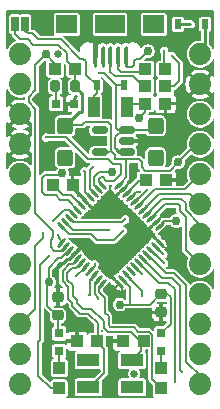
<source format=gbr>
%TF.GenerationSoftware,KiCad,Pcbnew,8.0.4*%
%TF.CreationDate,2024-10-20T10:17:19-04:00*%
%TF.ProjectId,ABSIS_Pro_Micro,41425349-535f-4507-926f-5f4d6963726f,rev?*%
%TF.SameCoordinates,Original*%
%TF.FileFunction,Copper,L1,Top*%
%TF.FilePolarity,Positive*%
%FSLAX46Y46*%
G04 Gerber Fmt 4.6, Leading zero omitted, Abs format (unit mm)*
G04 Created by KiCad (PCBNEW 8.0.4) date 2024-10-20 10:17:19*
%MOMM*%
%LPD*%
G01*
G04 APERTURE LIST*
G04 Aperture macros list*
%AMRoundRect*
0 Rectangle with rounded corners*
0 $1 Rounding radius*
0 $2 $3 $4 $5 $6 $7 $8 $9 X,Y pos of 4 corners*
0 Add a 4 corners polygon primitive as box body*
4,1,4,$2,$3,$4,$5,$6,$7,$8,$9,$2,$3,0*
0 Add four circle primitives for the rounded corners*
1,1,$1+$1,$2,$3*
1,1,$1+$1,$4,$5*
1,1,$1+$1,$6,$7*
1,1,$1+$1,$8,$9*
0 Add four rect primitives between the rounded corners*
20,1,$1+$1,$2,$3,$4,$5,0*
20,1,$1+$1,$4,$5,$6,$7,0*
20,1,$1+$1,$6,$7,$8,$9,0*
20,1,$1+$1,$8,$9,$2,$3,0*%
G04 Aperture macros list end*
%TA.AperFunction,EtchedComponent*%
%ADD10C,0.254000*%
%TD*%
%TA.AperFunction,EtchedComponent*%
%ADD11C,0.000000*%
%TD*%
%TA.AperFunction,SMDPad,CuDef*%
%ADD12RoundRect,0.225000X0.250000X-0.225000X0.250000X0.225000X-0.250000X0.225000X-0.250000X-0.225000X0*%
%TD*%
%TA.AperFunction,SMDPad,CuDef*%
%ADD13RoundRect,0.250000X-0.425000X0.450000X-0.425000X-0.450000X0.425000X-0.450000X0.425000X0.450000X0*%
%TD*%
%TA.AperFunction,SMDPad,CuDef*%
%ADD14RoundRect,0.200000X-0.200000X-0.275000X0.200000X-0.275000X0.200000X0.275000X-0.200000X0.275000X0*%
%TD*%
%TA.AperFunction,SMDPad,CuDef*%
%ADD15R,0.800000X0.800000*%
%TD*%
%TA.AperFunction,SMDPad,CuDef*%
%ADD16R,1.100000X1.000000*%
%TD*%
%TA.AperFunction,SMDPad,CuDef*%
%ADD17R,1.000000X1.100000*%
%TD*%
%TA.AperFunction,SMDPad,CuDef*%
%ADD18RoundRect,0.150000X0.512500X0.150000X-0.512500X0.150000X-0.512500X-0.150000X0.512500X-0.150000X0*%
%TD*%
%TA.AperFunction,SMDPad,CuDef*%
%ADD19RoundRect,0.127500X0.208597X-0.176777X-0.176777X0.208597X-0.208597X0.176777X0.176777X-0.208597X0*%
%TD*%
%TA.AperFunction,SMDPad,CuDef*%
%ADD20RoundRect,0.127500X-0.208597X0.176777X0.176777X-0.208597X0.208597X-0.176777X-0.176777X0.208597X0*%
%TD*%
%TA.AperFunction,SMDPad,CuDef*%
%ADD21RoundRect,0.127500X0.176777X0.208597X-0.208597X-0.176777X-0.176777X-0.208597X0.208597X0.176777X0*%
%TD*%
%TA.AperFunction,SMDPad,CuDef*%
%ADD22RoundRect,0.127500X-0.176777X-0.208597X0.208597X0.176777X0.176777X0.208597X-0.208597X-0.176777X0*%
%TD*%
%TA.AperFunction,SMDPad,CuDef*%
%ADD23R,1.900000X1.100000*%
%TD*%
%TA.AperFunction,SMDPad,CuDef*%
%ADD24R,0.400000X1.400000*%
%TD*%
%TA.AperFunction,SMDPad,CuDef*%
%ADD25RoundRect,0.317500X-0.000010X-0.000010X0.000010X-0.000010X0.000010X0.000010X-0.000010X0.000010X0*%
%TD*%
%TA.AperFunction,SMDPad,CuDef*%
%ADD26R,1.000000X1.800000*%
%TD*%
%TA.AperFunction,SMDPad,CuDef*%
%ADD27R,0.630000X0.830000*%
%TD*%
%TA.AperFunction,SMDPad,CuDef*%
%ADD28R,0.635000X1.270000*%
%TD*%
%TA.AperFunction,ComponentPad*%
%ADD29C,1.879600*%
%TD*%
%TA.AperFunction,ViaPad*%
%ADD30C,0.300000*%
%TD*%
%TA.AperFunction,ViaPad*%
%ADD31C,0.762000*%
%TD*%
%TA.AperFunction,Conductor*%
%ADD32C,0.406400*%
%TD*%
%TA.AperFunction,Conductor*%
%ADD33C,0.203200*%
%TD*%
%TA.AperFunction,Conductor*%
%ADD34C,0.200000*%
%TD*%
%TA.AperFunction,Conductor*%
%ADD35C,0.250000*%
%TD*%
G04 APERTURE END LIST*
D10*
%TO.C,U3*%
X144061530Y-106590067D02*
X144398820Y-106927356D01*
X144398820Y-108159844D02*
X144050216Y-108508447D01*
X144410134Y-106241463D02*
X144747424Y-106578753D01*
X144747424Y-108508447D02*
X144398820Y-108857051D01*
X144758737Y-105892859D02*
X145096027Y-106230149D01*
X145096027Y-108857051D02*
X144747424Y-109205654D01*
X145107341Y-105544256D02*
X145444631Y-105881546D01*
X145444631Y-109205654D02*
X145096027Y-109554258D01*
X145455945Y-105195652D02*
X145793235Y-105532942D01*
X145793235Y-109554258D02*
X145444631Y-109902862D01*
X145804548Y-104847048D02*
X146141838Y-105184338D01*
X146141838Y-109902862D02*
X145793235Y-110251465D01*
X146153152Y-104498445D02*
X146490442Y-104835735D01*
X146490442Y-110251465D02*
X146141838Y-110600069D01*
X146501756Y-104149841D02*
X146839046Y-104487131D01*
X146839046Y-110600069D02*
X146490442Y-110948673D01*
X146850359Y-103801237D02*
X147187649Y-104138527D01*
X147187649Y-110948673D02*
X146839046Y-111297276D01*
X147198963Y-103452634D02*
X147536253Y-103789924D01*
X147536253Y-111297276D02*
X147187649Y-111645880D01*
X147547567Y-103104030D02*
X147884856Y-103441320D01*
X147884856Y-111645880D02*
X147536253Y-111994484D01*
X149117344Y-103441320D02*
X149465947Y-103092716D01*
X149117344Y-111645880D02*
X149465947Y-111994484D01*
X149465947Y-103789924D02*
X149814551Y-103441320D01*
X149465947Y-111297276D02*
X149814551Y-111645880D01*
X149814551Y-104138527D02*
X150163154Y-103789924D01*
X149814551Y-110948673D02*
X150163154Y-111297276D01*
X150163154Y-104487131D02*
X150511758Y-104138527D01*
X150163154Y-110600069D02*
X150511758Y-110948673D01*
X150511758Y-104835735D02*
X150860362Y-104487131D01*
X150511758Y-110251465D02*
X150860362Y-110600069D01*
X150860362Y-105184338D02*
X151208965Y-104835735D01*
X150860362Y-109902862D02*
X151208965Y-110251465D01*
X151208965Y-105532942D02*
X151557569Y-105184338D01*
X151208965Y-109554258D02*
X151557569Y-109902862D01*
X151557569Y-105881546D02*
X151906173Y-105532942D01*
X151557569Y-109205654D02*
X151906173Y-109554258D01*
X151906173Y-106230149D02*
X152254776Y-105881546D01*
X151906173Y-108857051D02*
X152254776Y-109205654D01*
X152254776Y-106578753D02*
X152603380Y-106230149D01*
X152254776Y-108508447D02*
X152603380Y-108857051D01*
X152603380Y-106927356D02*
X152951984Y-106578753D01*
X152603380Y-108159844D02*
X152951984Y-108508447D01*
%TO.C,USB1*%
X147201100Y-91658400D02*
X147201100Y-92463600D01*
X147201100Y-92463600D02*
X147201100Y-93268800D01*
X147851100Y-91658400D02*
X147851100Y-92463600D01*
X147851100Y-92463600D02*
X147851100Y-93268800D01*
X148501100Y-91658400D02*
X148501100Y-92463600D01*
X148501100Y-92463600D02*
X148501100Y-93268800D01*
X149151100Y-91658400D02*
X149151100Y-92463600D01*
X149151100Y-92463600D02*
X149151100Y-93268800D01*
X149801100Y-91658400D02*
X149801100Y-92463600D01*
X149801100Y-92463600D02*
X149801100Y-93268800D01*
D11*
%TA.AperFunction,EtchedComponent*%
G36*
X145717100Y-90513600D02*
G01*
X143917100Y-90513600D01*
X143917100Y-89013600D01*
X145717100Y-89013600D01*
X145717100Y-90513600D01*
G37*
%TD.AperFunction*%
%TA.AperFunction,EtchedComponent*%
G36*
X149751100Y-90513600D02*
G01*
X147251100Y-90513600D01*
X147251100Y-89013600D01*
X149751100Y-89013600D01*
X149751100Y-90513600D01*
G37*
%TD.AperFunction*%
%TA.AperFunction,EtchedComponent*%
G36*
X153085100Y-90513600D02*
G01*
X151285100Y-90513600D01*
X151285100Y-89013600D01*
X153085100Y-89013600D01*
X153085100Y-90513600D01*
G37*
%TD.AperFunction*%
%TD*%
D12*
%TO.P,C3,1,1*%
%TO.N,+5V*%
X144068800Y-114414600D03*
%TO.P,C3,2,2*%
%TO.N,GND*%
X144068800Y-112864600D03*
%TD*%
D13*
%TO.P,C2,1*%
%TO.N,N/C*%
X144678400Y-98360241D03*
%TO.P,C2,2*%
X144678400Y-101060241D03*
%TD*%
D14*
%TO.P,R1,1,1*%
%TO.N,Net-(D2-PadA)*%
X143853400Y-95026482D03*
%TO.P,R1,2,2*%
%TO.N,+5V*%
X145503400Y-95026482D03*
%TD*%
D15*
%TO.P,D2,A,A*%
%TO.N,Net-(D2-PadA)*%
X143928400Y-96479360D03*
%TO.P,D2,C,C*%
%TO.N,GND*%
X145428400Y-96479360D03*
%TD*%
D16*
%TO.P,R4,1,1*%
%TO.N,/RESET*%
X143841100Y-93573600D03*
%TO.P,R4,2,2*%
%TO.N,+5V*%
X145541100Y-93573600D03*
%TD*%
D12*
%TO.P,C4,1,1*%
%TO.N,GND*%
X152819100Y-114160600D03*
%TO.P,C4,2,2*%
%TO.N,+5V*%
X152819100Y-112610600D03*
%TD*%
D16*
%TO.P,C7,1,1*%
%TO.N,GND*%
X153199200Y-102956360D03*
%TO.P,C7,2,2*%
%TO.N,/AREF*%
X151499200Y-102956360D03*
%TD*%
D17*
%TO.P,R5,1,1*%
%TO.N,Net-(U3-PD5)*%
X152819100Y-120585600D03*
%TO.P,R5,2,2*%
%TO.N,Net-(D3-PadC)*%
X152819100Y-118885600D03*
%TD*%
D15*
%TO.P,D3,A,A*%
%TO.N,+5V*%
X152819100Y-115937600D03*
%TO.P,D3,C,C*%
%TO.N,Net-(D3-PadC)*%
X152819100Y-117437600D03*
%TD*%
D18*
%TO.P,U1,1,IN*%
%TO.N,Net-(C1-+)*%
X149884981Y-100609438D03*
%TO.P,U1,2,GND*%
%TO.N,GND*%
X149884981Y-99659438D03*
%TO.P,U1,3,EN*%
%TO.N,Net-(C1-+)*%
X149884981Y-98709438D03*
%TO.P,U1,4,BP*%
%TO.N,unconnected-(U1-BP-Pad4)*%
X147609981Y-98709438D03*
%TO.P,U1,5,OUT*%
%TO.N,+5V*%
X147609981Y-100609438D03*
%TD*%
D13*
%TO.P,C1,1*%
%TO.N,N/C*%
X152333959Y-98360241D03*
%TO.P,C1,2*%
X152333959Y-101060241D03*
%TD*%
D19*
%TO.P,U3,1,PE6*%
%TO.N,/D7*%
X147884856Y-103441320D03*
%TO.P,U3,2,UVCC*%
%TO.N,+5V*%
X147536253Y-103789924D03*
%TO.P,U3,3,D-*%
%TO.N,/D-*%
X147187649Y-104138527D03*
%TO.P,U3,4,D+*%
%TO.N,/D+*%
X146839046Y-104487131D03*
%TO.P,U3,5,UGND*%
%TO.N,GND*%
X146490442Y-104835735D03*
%TO.P,U3,6,UCAP*%
%TO.N,Net-(U3-UCAP)*%
X146141838Y-105184338D03*
D20*
%TO.P,U3,7,VBUS*%
%TO.N,+5V*%
X145793235Y-105532942D03*
%TO.P,U3,8,PB3(MISO)*%
%TO.N,/D14*%
X145444631Y-105881546D03*
%TO.P,U3,9,PB1(SCK)*%
%TO.N,/SCK*%
X145096027Y-106230149D03*
%TO.P,U3,10,PB2(MOSI)*%
%TO.N,/MOSI*%
X144747424Y-106578753D03*
%TO.P,U3,11,PB0(SS)*%
%TO.N,/MISO*%
X144398820Y-106927356D03*
D21*
%TO.P,U3,12,PB7*%
%TO.N,/D11*%
X144398820Y-108159844D03*
%TO.P,U3,13,~{RESET}*%
%TO.N,/RESET*%
X144747424Y-108508447D03*
%TO.P,U3,14,VCC@14*%
%TO.N,+5V*%
X145096027Y-108857051D03*
%TO.P,U3,15,GND@15*%
%TO.N,GND*%
X145444631Y-109205654D03*
%TO.P,U3,16,XTAL2*%
%TO.N,Net-(U3-XTAL2)*%
X145793235Y-109554258D03*
%TO.P,U3,17,XTAL1*%
%TO.N,Net-(U3-XTAL1)*%
X146141838Y-109902862D03*
D22*
%TO.P,U3,18,PD0(SCL)*%
%TO.N,/D3*%
X146490442Y-110251465D03*
%TO.P,U3,19,PD1(SDA)*%
%TO.N,/D2*%
X146839046Y-110600069D03*
%TO.P,U3,20,PD2(RX)*%
%TO.N,/RXI*%
X147187649Y-110948673D03*
%TO.P,U3,21,PD3(TX)*%
%TO.N,/TXO*%
X147536253Y-111297276D03*
%TO.P,U3,22,PD5*%
%TO.N,Net-(U3-PD5)*%
X147884856Y-111645880D03*
D20*
%TO.P,U3,23,GND@23*%
%TO.N,GND*%
X149117344Y-111645880D03*
%TO.P,U3,24,AVCC@24*%
%TO.N,+5V*%
X149465947Y-111297276D03*
%TO.P,U3,25,PD4(ADC8)*%
%TO.N,/D4*%
X149814551Y-110948673D03*
%TO.P,U3,26,PD6(ADC9)*%
%TO.N,/D12*%
X150163154Y-110600069D03*
%TO.P,U3,27,PD7(ADC10)*%
%TO.N,/D6*%
X150511758Y-110251465D03*
%TO.P,U3,28,PB4(ADC11)*%
%TO.N,/D8*%
X150860362Y-109902862D03*
D19*
%TO.P,U3,29,PB5(ADC12)*%
%TO.N,/D9*%
X151208965Y-109554258D03*
%TO.P,U3,30,PB6(ADC13)*%
%TO.N,/D10*%
X151557569Y-109205654D03*
%TO.P,U3,31,PC6*%
%TO.N,/D5*%
X151906173Y-108857051D03*
%TO.P,U3,32,PC7*%
%TO.N,/D13*%
X152254776Y-108508447D03*
%TO.P,U3,33,PE2/~{HWB}*%
%TO.N,GND*%
X152603380Y-108159844D03*
D22*
%TO.P,U3,34,VCC@34*%
%TO.N,+5V*%
X152603380Y-106927356D03*
%TO.P,U3,35,GND@35*%
%TO.N,GND*%
X152254776Y-106578753D03*
%TO.P,U3,36,PF7(ADC7)*%
%TO.N,/A0*%
X151906173Y-106230149D03*
%TO.P,U3,37,PF6(ADC6)*%
%TO.N,/A1*%
X151557569Y-105881546D03*
%TO.P,U3,38,PF5(ADC5)*%
%TO.N,/A2*%
X151208965Y-105532942D03*
%TO.P,U3,39,PF4(ADC4)*%
%TO.N,/A3*%
X150860362Y-105184338D03*
D21*
%TO.P,U3,40,PF1(ADC1)*%
%TO.N,/A4*%
X150511758Y-104835735D03*
%TO.P,U3,41,PF0(ADC0)*%
%TO.N,/A5*%
X150163154Y-104487131D03*
%TO.P,U3,42,AREF*%
%TO.N,/AREF*%
X149814551Y-104138527D03*
%TO.P,U3,43,GND@43*%
%TO.N,GND*%
X149465947Y-103789924D03*
%TO.P,U3,44,AVCC@44*%
%TO.N,+5V*%
X149117344Y-103441320D03*
%TD*%
D23*
%TO.P,Y1,1,1*%
%TO.N,Net-(U3-XTAL2)*%
X146651100Y-120504600D03*
%TO.P,Y1,2*%
%TO.N,N/C*%
X150351100Y-120504600D03*
%TO.P,Y1,3,2*%
%TO.N,Net-(U3-XTAL1)*%
X150351100Y-118204600D03*
%TO.P,Y1,4*%
%TO.N,N/C*%
X146651100Y-118204600D03*
%TD*%
D16*
%TO.P,C8,1,1*%
%TO.N,Net-(U3-XTAL1)*%
X151319600Y-116586000D03*
%TO.P,C8,2,2*%
%TO.N,GND*%
X149619600Y-116586000D03*
%TD*%
%TO.P,C9,1,1*%
%TO.N,Net-(U3-XTAL2)*%
X147408000Y-116586000D03*
%TO.P,C9,2,2*%
%TO.N,GND*%
X145708000Y-116586000D03*
%TD*%
%TO.P,C6,1,1*%
%TO.N,GND*%
X145315037Y-103377994D03*
%TO.P,C6,2,2*%
%TO.N,Net-(U3-UCAP)*%
X143615037Y-103377994D03*
%TD*%
%TO.P,C5,1,1*%
%TO.N,GND*%
X153173800Y-96479360D03*
%TO.P,C5,2,2*%
%TO.N,+5V*%
X151473800Y-96479360D03*
%TD*%
D17*
%TO.P,R6,1,1*%
%TO.N,/D14*%
X144183100Y-120585600D03*
%TO.P,R6,2,2*%
%TO.N,Net-(D4-PadC)*%
X144183100Y-118885600D03*
%TD*%
D15*
%TO.P,D4,A,A*%
%TO.N,+5V*%
X144183100Y-115937600D03*
%TO.P,D4,C,C*%
%TO.N,Net-(D4-PadC)*%
X144183100Y-117437600D03*
%TD*%
D16*
%TO.P,R2,1,1*%
%TO.N,/D+*%
X153161100Y-95026482D03*
%TO.P,R2,2,2*%
%TO.N,Net-(USB1-D+)*%
X151461100Y-95026482D03*
%TD*%
%TO.P,R3,1,1*%
%TO.N,/D-*%
X153161100Y-93573600D03*
%TO.P,R3,2,2*%
%TO.N,Net-(USB1-D-)*%
X151461100Y-93573600D03*
%TD*%
D24*
%TO.P,USB1,D+1,D+*%
%TO.N,Net-(USB1-D+)*%
X148501100Y-92463600D03*
%TO.P,USB1,D-1,D-*%
%TO.N,Net-(USB1-D-)*%
X149151100Y-92463600D03*
%TO.P,USB1,GND1,GND*%
%TO.N,GND*%
X147201100Y-92463600D03*
%TO.P,USB1,ID1,USBID*%
%TO.N,unconnected-(USB1-USBID-PadID1)*%
X147851100Y-92463600D03*
%TO.P,USB1,VBUS1,VBUS*%
%TO.N,+5V*%
X149801100Y-92463600D03*
%TD*%
D25*
%TO.P,JP3,1*%
%TO.N,N/C*%
X150533100Y-119354600D03*
%TD*%
%TO.P,JP6,1*%
%TO.N,N/C*%
X144080000Y-92303600D03*
%TD*%
D26*
%TO.P,F1,1,1*%
%TO.N,+5V*%
X149901100Y-96748600D03*
%TO.P,F1,2,2*%
%TO.N,Net-(F1-Pad2)*%
X147101100Y-96748600D03*
%TD*%
D27*
%TO.P,D1,1,C*%
%TO.N,Net-(C1-+)*%
X149651100Y-94945200D03*
%TO.P,D1,2,A*%
%TO.N,Net-(D1-A)*%
X147351100Y-94945200D03*
%TD*%
D28*
%TO.P,SJ1,1,1*%
%TO.N,Net-(F1-Pad2)*%
X141293000Y-89763600D03*
%TO.P,SJ1,2,2*%
%TO.N,Net-(D1-A)*%
X140469200Y-89763600D03*
%TD*%
D27*
%TO.P,D5,1,C*%
%TO.N,Net-(C1-+)*%
X154247200Y-89763600D03*
%TO.P,D5,2,A*%
%TO.N,/RAW*%
X156547200Y-89763600D03*
%TD*%
D29*
%TO.P,JP2,1,1*%
%TO.N,/RAW*%
X156121100Y-92303600D03*
%TO.P,JP2,2,2*%
%TO.N,GND*%
X156121100Y-94843600D03*
%TO.P,JP2,3,3*%
%TO.N,/RESET*%
X156121100Y-97383600D03*
%TO.P,JP2,4,4*%
%TO.N,+5V*%
X156121100Y-99923600D03*
%TO.P,JP2,5,5*%
%TO.N,/A3*%
X156121100Y-102463600D03*
%TO.P,JP2,6,6*%
%TO.N,/A2*%
X156121100Y-105003600D03*
%TO.P,JP2,7,7*%
%TO.N,/A1*%
X156121100Y-107543600D03*
%TO.P,JP2,8,8*%
%TO.N,/A0*%
X156121100Y-110083600D03*
%TO.P,JP2,9,9*%
%TO.N,/SCK*%
X156121100Y-112623600D03*
%TO.P,JP2,10,10*%
%TO.N,/MISO*%
X156121100Y-115163600D03*
%TO.P,JP2,11,11*%
%TO.N,/MOSI*%
X156121100Y-117703600D03*
%TO.P,JP2,12,12*%
%TO.N,/D10*%
X156121100Y-120243600D03*
%TD*%
%TO.P,JP1,1,1*%
%TO.N,/D9*%
X140881100Y-120243600D03*
%TO.P,JP1,2,2*%
%TO.N,/D8*%
X140881100Y-117703600D03*
%TO.P,JP1,3,3*%
%TO.N,/D7*%
X140881100Y-115163600D03*
%TO.P,JP1,4,4*%
%TO.N,/D6*%
X140881100Y-112623600D03*
%TO.P,JP1,5,5*%
%TO.N,/D5*%
X140881100Y-110083600D03*
%TO.P,JP1,6,6*%
%TO.N,/D4*%
X140881100Y-107543600D03*
%TO.P,JP1,7,7*%
%TO.N,/D3*%
X140881100Y-105003600D03*
%TO.P,JP1,8,8*%
%TO.N,/D2*%
X140881100Y-102463600D03*
%TO.P,JP1,9,9*%
%TO.N,GND*%
X140881100Y-99923600D03*
%TO.P,JP1,10,10*%
X140881100Y-97383600D03*
%TO.P,JP1,11,11*%
%TO.N,/RXI*%
X140881100Y-94843600D03*
%TO.P,JP1,12,12*%
%TO.N,/TXO*%
X140881100Y-92303600D03*
%TD*%
D30*
%TO.N,GND*%
X155008578Y-98661219D03*
X151310000Y-99610000D03*
X145618200Y-91211400D03*
X146090000Y-119520000D03*
X142830000Y-96180000D03*
X151720000Y-115070000D03*
X154760000Y-97200000D03*
X148230000Y-97420000D03*
X142790000Y-89580000D03*
X149160000Y-114480000D03*
X145190000Y-118380000D03*
X139979400Y-91109800D03*
X145170000Y-114550000D03*
X148480000Y-104500000D03*
X149600000Y-119360000D03*
X148666200Y-109397800D03*
X148030000Y-105090000D03*
X150520400Y-89001600D03*
X148107400Y-108813600D03*
X146440000Y-89380000D03*
X153570000Y-110270000D03*
X148760000Y-112250000D03*
X148700000Y-118390000D03*
X149670000Y-112670000D03*
X145610000Y-95850000D03*
X151420000Y-119340000D03*
X153460000Y-105650000D03*
X142880000Y-97220000D03*
X153370000Y-108900000D03*
X150500000Y-102000000D03*
X145400000Y-119310000D03*
X155371800Y-90678000D03*
X146510000Y-90450000D03*
X147800000Y-115750000D03*
X144068800Y-111860000D03*
X142850000Y-96720000D03*
X146278600Y-114782600D03*
X147450000Y-105590000D03*
X148220000Y-95620000D03*
X154510000Y-102830000D03*
X148767800Y-110413800D03*
X155600400Y-88950800D03*
X142870000Y-97800000D03*
X147091400Y-92938600D03*
X145980000Y-99790000D03*
X143090000Y-118500000D03*
D31*
%TO.N,/RESET*%
X143040100Y-92303600D03*
D30*
%TO.N,/MOSI*%
X148374100Y-107162600D03*
%TO.N,/MISO*%
X149567900Y-107264200D03*
%TO.N,/SCK*%
X149771100Y-106273600D03*
%TO.N,/TXO*%
X147465147Y-112984853D03*
%TO.N,/RXI*%
X146742541Y-112649436D03*
%TO.N,/D2*%
X147194998Y-110075642D03*
%TO.N,/D3*%
X145633446Y-111107216D03*
%TO.N,/D4*%
X151208740Y-112753141D03*
%TO.N,/D5*%
X153063981Y-110013981D03*
%TO.N,/D6*%
X151168100Y-110917707D03*
%TO.N,/D7*%
X142841978Y-107430000D03*
X143070000Y-99350000D03*
%TO.N,/D8*%
X154000200Y-120080000D03*
%TO.N,/D9*%
X154610150Y-119189850D03*
%TO.N,/A5*%
X151012235Y-103945766D03*
%TO.N,/A4*%
X151653277Y-103784159D03*
%TO.N,/D13*%
X153000000Y-109240000D03*
%TO.N,/D14*%
X143675100Y-106400000D03*
X143327115Y-109410500D03*
%TO.N,/D+*%
X153708100Y-92430000D03*
X146319096Y-102213389D03*
%TO.N,/D-*%
X146999959Y-101866704D03*
X153070000Y-92020000D03*
D31*
%TO.N,+5V*%
X150964900Y-97688400D03*
X148623021Y-102280719D03*
X144452340Y-102389941D03*
X151676100Y-92049600D03*
X143306800Y-111617760D03*
X149299931Y-113491007D03*
X154096718Y-106433619D03*
X154264362Y-101455222D03*
D30*
X147609981Y-100609438D03*
%TO.N,Net-(C1-+)*%
X147548600Y-93903800D03*
X155295600Y-89763600D03*
%TO.N,/D11*%
X144120000Y-107640000D03*
%TD*%
D32*
%TO.N,GND*%
X147201100Y-92463600D02*
X147201100Y-91033600D01*
D33*
X152819100Y-114235600D02*
X152819100Y-114046000D01*
X144240618Y-112961419D02*
X144068800Y-112789600D01*
X149465946Y-111994485D02*
X149517100Y-112045638D01*
X144246600Y-112961419D02*
X144240618Y-112961419D01*
X144068800Y-111315500D02*
X144068800Y-112789600D01*
X149517100Y-112045638D02*
X149517100Y-112445800D01*
X143807181Y-110479838D02*
X143807181Y-111053882D01*
X144272000Y-110015019D02*
X143807181Y-110479838D01*
X143807181Y-111053882D02*
X144068800Y-111315500D01*
D34*
X153183529Y-105650000D02*
X153460000Y-105650000D01*
X148760000Y-112250000D02*
X149195000Y-111815000D01*
X152946000Y-108510000D02*
X152980000Y-108510000D01*
X152603378Y-108159844D02*
X152603378Y-108166078D01*
D35*
X144484981Y-110015019D02*
X144272000Y-110015019D01*
X144778400Y-97034960D02*
X144631200Y-97182160D01*
X145363314Y-109267173D02*
X145363314Y-109266686D01*
X143225600Y-97182160D02*
X142830000Y-96786560D01*
D34*
X152603380Y-106230149D02*
X153183529Y-105650000D01*
D35*
X145363314Y-109267173D02*
X145007168Y-109623319D01*
X145007168Y-109623319D02*
X144876681Y-109623319D01*
D34*
X150500000Y-102755871D02*
X150500000Y-102000000D01*
D35*
X146001737Y-99804219D02*
X145936160Y-99804219D01*
X145428400Y-96031600D02*
X145610000Y-95850000D01*
X146423974Y-104759367D02*
X146419367Y-104759367D01*
X142830000Y-96786560D02*
X142830000Y-96180000D01*
X145363314Y-109266686D02*
X146080000Y-108550000D01*
X144876681Y-109623319D02*
X144484981Y-110015019D01*
X145428400Y-96479360D02*
X145428400Y-96031600D01*
D34*
X152980000Y-108510000D02*
X153370000Y-108900000D01*
D35*
X144631200Y-97182160D02*
X143225600Y-97182160D01*
X144778400Y-96479360D02*
X144778400Y-97034960D01*
X146419367Y-104759367D02*
X145315037Y-103655037D01*
X145428400Y-96479360D02*
X144778400Y-96479360D01*
X145315037Y-103655037D02*
X145315037Y-103377994D01*
D34*
X149465947Y-103789924D02*
X150500000Y-102755871D01*
D33*
%TO.N,/RESET*%
X143841100Y-93104600D02*
X143040100Y-92303600D01*
X143841100Y-93573600D02*
X143841100Y-93104600D01*
X143675100Y-107797600D02*
X143675100Y-107289600D01*
X142151100Y-93192600D02*
X143040100Y-92303600D01*
D34*
X144120000Y-108920000D02*
X144296273Y-108920000D01*
D33*
X143675100Y-107289600D02*
X142151100Y-105765600D01*
X141589759Y-95920560D02*
X142151100Y-95359219D01*
X141589759Y-96339660D02*
X141589759Y-95920560D01*
X143781500Y-108920000D02*
X143446500Y-108585000D01*
X142151100Y-105765600D02*
X142151100Y-96901000D01*
X143446500Y-108585000D02*
X143446500Y-108026200D01*
D34*
X144296273Y-108920000D02*
X144656207Y-108560066D01*
D33*
X142151100Y-95359219D02*
X142151100Y-93192600D01*
X144120000Y-108920000D02*
X143781500Y-108920000D01*
X143446500Y-108026200D02*
X143675100Y-107797600D01*
X142151100Y-96901000D02*
X141589759Y-96339660D01*
%TO.N,/AREF*%
X150996718Y-102956360D02*
X151499200Y-102956360D01*
X150163153Y-103789925D02*
X150996718Y-102956360D01*
D35*
%TO.N,/RAW*%
X156547200Y-91877500D02*
X156121100Y-92303600D01*
X156547200Y-89763600D02*
X156547200Y-91877500D01*
D34*
%TO.N,/D10*%
X151600000Y-109230000D02*
X153181525Y-110811525D01*
X153181525Y-110811525D02*
X153892772Y-110811525D01*
X154918932Y-118337543D02*
X156163532Y-119582143D01*
X154918932Y-118337543D02*
X154918932Y-111837684D01*
X156163532Y-119582143D02*
X156163532Y-120267943D01*
X153892772Y-110811525D02*
X154918932Y-111837684D01*
D33*
%TO.N,/MOSI*%
X145331268Y-107162600D02*
X144747421Y-106578754D01*
X148374100Y-107162600D02*
X145331268Y-107162600D01*
%TO.N,/MISO*%
X145961100Y-107543600D02*
X146850100Y-107543600D01*
X146850100Y-107543600D02*
X147358100Y-108051600D01*
X147358100Y-108051600D02*
X148780500Y-108051600D01*
X144398818Y-106927360D02*
X145015059Y-107543600D01*
X145015059Y-107543600D02*
X145028900Y-107543600D01*
X145028900Y-107543600D02*
X145961100Y-107543600D01*
X148780500Y-108051600D02*
X149567900Y-107264200D01*
%TO.N,/SCK*%
X145363700Y-106527600D02*
X145393475Y-106527600D01*
X145096025Y-106230150D02*
X145393475Y-106527600D01*
X149517100Y-106527600D02*
X149771100Y-106273600D01*
X145393475Y-106527600D02*
X149517100Y-106527600D01*
%TO.N,/A0*%
X151906171Y-106230150D02*
X153140340Y-104995982D01*
X154218640Y-104995982D02*
X154388818Y-105166160D01*
X154388818Y-105575100D02*
X154881581Y-106067863D01*
X154881581Y-106067863D02*
X154881581Y-108844082D01*
X153140340Y-104995982D02*
X154218640Y-104995982D01*
X156121100Y-110083600D02*
X154881581Y-108844082D01*
X154388818Y-105166160D02*
X154388818Y-105575100D01*
%TO.N,/A1*%
X154523440Y-104566719D02*
X154879040Y-104922319D01*
X154879040Y-104922319D02*
X154879040Y-105506519D01*
X151557568Y-105881547D02*
X152872396Y-104566719D01*
X152872396Y-104566719D02*
X154523440Y-104566719D01*
X154879040Y-105506519D02*
X156121100Y-106748579D01*
X156121100Y-106748579D02*
X156121100Y-107543600D01*
%TO.N,/A2*%
X155267659Y-104150160D02*
X156121100Y-105003600D01*
X151208962Y-105532944D02*
X152591746Y-104150160D01*
X152591746Y-104150160D02*
X155267659Y-104150160D01*
%TO.N,/A3*%
X151208962Y-104835738D02*
X152298396Y-103746304D01*
X156113481Y-102463600D02*
X156121100Y-102463600D01*
X152290778Y-103746304D02*
X152298396Y-103746304D01*
X152298396Y-103746304D02*
X154830778Y-103746304D01*
X154830778Y-103746304D02*
X156113481Y-102463600D01*
D34*
%TO.N,/TXO*%
X147169199Y-112618193D02*
X147169199Y-111703928D01*
X147465147Y-112914141D02*
X147169199Y-112618193D01*
X147169199Y-111703928D02*
X147484634Y-111388493D01*
X147465147Y-112984853D02*
X147465147Y-112914141D01*
D33*
%TO.N,/RXI*%
X146748500Y-112649000D02*
X146748064Y-112649436D01*
D34*
X147131081Y-111034940D02*
X146748500Y-111417521D01*
X146748500Y-111417521D02*
X146748500Y-112649000D01*
D33*
X146748064Y-112649436D02*
X146742541Y-112649436D01*
D34*
%TO.N,/D2*%
X146809931Y-110600069D02*
X146839046Y-110600069D01*
X147194998Y-110263915D02*
X146777527Y-110681386D01*
X147194998Y-110075642D02*
X147194998Y-110263915D01*
%TO.N,/D3*%
X146412829Y-110327833D02*
X145633446Y-111107216D01*
X146423974Y-110327833D02*
X146412829Y-110327833D01*
D33*
X146151735Y-110600072D02*
X146423974Y-110327833D01*
X146141837Y-110600072D02*
X146151735Y-110600072D01*
%TO.N,/D4*%
X151208740Y-112342866D02*
X151208740Y-112753141D01*
D34*
X149900814Y-111034940D02*
X151208740Y-112342866D01*
X149871119Y-111034940D02*
X149900814Y-111034940D01*
%TO.N,/D5*%
X153063981Y-109985160D02*
X151992440Y-108913619D01*
X153063981Y-110013981D02*
X153063981Y-109985160D01*
%TO.N,/D6*%
X151168100Y-110917707D02*
X150578226Y-110327833D01*
D33*
%TO.N,/D7*%
X147530818Y-102875082D02*
X147530818Y-103087285D01*
X142841978Y-107430000D02*
X142841978Y-107878022D01*
X146659603Y-101203763D02*
X148325840Y-101203763D01*
X149329137Y-101584760D02*
X149430740Y-101686363D01*
X148849078Y-103027482D02*
X148155662Y-103027482D01*
X147855940Y-102727760D02*
X147678140Y-102727760D01*
X142151100Y-108568900D02*
X142151100Y-113893600D01*
X149430740Y-101686363D02*
X149430740Y-102445819D01*
X148706837Y-101584760D02*
X149329137Y-101584760D01*
X148325840Y-101203763D02*
X148706837Y-101584760D01*
X142151100Y-113893600D02*
X140881100Y-115163600D01*
X147678140Y-102727760D02*
X147530818Y-102875082D01*
X148155662Y-103027482D02*
X147855940Y-102727760D01*
X142841978Y-107878022D02*
X142151100Y-108568900D01*
X149430740Y-102445819D02*
X148849078Y-103027482D01*
X144795481Y-99339641D02*
X146659603Y-101203763D01*
X143080359Y-99339641D02*
X144795481Y-99339641D01*
X143070000Y-99350000D02*
X143080359Y-99339641D01*
%TO.N,/D8*%
X154000200Y-120080000D02*
X154000200Y-118859300D01*
D34*
X150931780Y-109974284D02*
X150931780Y-109974280D01*
X152593037Y-111635541D02*
X150931780Y-109974284D01*
D33*
X153416000Y-111635541D02*
X152593037Y-111635541D01*
X153987500Y-118846600D02*
X153987500Y-112207041D01*
X154000200Y-118859300D02*
X153987500Y-118846600D01*
X153987500Y-112207041D02*
X153416000Y-111635541D01*
D34*
%TO.N,/D9*%
X152878507Y-111213900D02*
X151285333Y-109620726D01*
X154610150Y-119189850D02*
X154444700Y-119024400D01*
X153695400Y-111213900D02*
X152878507Y-111213900D01*
X154444700Y-119024400D02*
X154444700Y-111963200D01*
X154444700Y-111963200D02*
X153695400Y-111213900D01*
%TO.N,/A5*%
X150395000Y-104245000D02*
X150694234Y-103945766D01*
X150694234Y-103945766D02*
X151012235Y-103945766D01*
%TO.N,/A4*%
X150675362Y-104672131D02*
X150747869Y-104672131D01*
X150747869Y-104672131D02*
X151635841Y-103784159D01*
X151635841Y-103784159D02*
X151653277Y-103784159D01*
%TO.N,/D13*%
X152268447Y-108508447D02*
X152254776Y-108508447D01*
X152983750Y-109223750D02*
X152268447Y-108508447D01*
D33*
%TO.N,/D14*%
X142560040Y-110177575D02*
X142560040Y-116532660D01*
X142560040Y-116532660D02*
X142405100Y-116687600D01*
X143455600Y-120585600D02*
X144183100Y-120585600D01*
X143327115Y-109410500D02*
X142560040Y-110177575D01*
X144554003Y-105521097D02*
X145084180Y-105521097D01*
X142405100Y-116687600D02*
X142405100Y-119535100D01*
X142405100Y-119535100D02*
X143455600Y-120585600D01*
X145084180Y-105521097D02*
X145107340Y-105544257D01*
X143675100Y-106400000D02*
X144554003Y-105521097D01*
%TO.N,/D+*%
X146334481Y-103982569D02*
X146839043Y-104487132D01*
X146334481Y-102228774D02*
X146334481Y-103982569D01*
X154343100Y-94589600D02*
X153906218Y-95026482D01*
X146319096Y-102213389D02*
X146334481Y-102228774D01*
X153906218Y-95026482D02*
X153161100Y-95026482D01*
X154343100Y-93065000D02*
X154343100Y-94589600D01*
X153708100Y-92430000D02*
X154343100Y-93065000D01*
%TO.N,/D-*%
X153161100Y-93573600D02*
X153161100Y-93255200D01*
X153073100Y-92811600D02*
X153073100Y-93485600D01*
X146748496Y-103699379D02*
X146850356Y-103801238D01*
X153073100Y-93485600D02*
X153161100Y-93573600D01*
X153070000Y-92020000D02*
X153070000Y-92808500D01*
X153070000Y-92808500D02*
X153073100Y-92811600D01*
X146999959Y-101866704D02*
X146748496Y-102118167D01*
X146748496Y-102118167D02*
X146748496Y-103699379D01*
%TO.N,Net-(U3-UCAP)*%
X145171153Y-104213657D02*
X144472662Y-104213657D01*
X146141837Y-105184341D02*
X145171153Y-104213657D01*
X143637000Y-103377994D02*
X143615037Y-103377994D01*
X144472662Y-104213657D02*
X143637000Y-103377994D01*
%TO.N,Net-(U3-XTAL1)*%
X150285818Y-115844319D02*
X151129100Y-116687600D01*
X144863821Y-111384082D02*
X144863821Y-110807500D01*
X145351500Y-111871760D02*
X144863821Y-111384082D01*
X146161759Y-113847882D02*
X146895821Y-113847882D01*
X147947381Y-114899441D02*
X147947381Y-115470941D01*
X145707100Y-113393222D02*
X146161759Y-113847882D01*
X147947381Y-115470941D02*
X148320759Y-115844319D01*
X145707100Y-113139219D02*
X145351500Y-112783619D01*
X145615659Y-110429041D02*
X145242281Y-110429041D01*
X151129100Y-117426600D02*
X150351100Y-118204600D01*
X145351500Y-112783619D02*
X145351500Y-111871760D01*
X146895821Y-113847882D02*
X147947381Y-114899441D01*
X148320759Y-115844319D02*
X150285818Y-115844319D01*
X151129100Y-116687600D02*
X151129100Y-117426600D01*
X145242281Y-110429041D02*
X144863821Y-110807500D01*
X145707100Y-113139219D02*
X145707100Y-113393222D01*
D34*
X146070420Y-109974280D02*
X145615659Y-110429041D01*
D33*
%TO.N,Net-(U3-XTAL2)*%
X145300700Y-113372900D02*
X145300700Y-113611660D01*
X146778100Y-120504600D02*
X146651100Y-120504600D01*
X147446100Y-115061100D02*
X147446100Y-116687600D01*
X145046700Y-110027719D02*
X144459959Y-110614460D01*
X144932400Y-113004600D02*
X144932400Y-112008919D01*
X145300700Y-113611660D02*
X145963640Y-114274600D01*
X145963640Y-114274600D02*
X146659600Y-114274600D01*
X145300700Y-113372900D02*
X144932400Y-113004600D01*
X144932400Y-112008919D02*
X144459959Y-111536479D01*
X147993100Y-117234600D02*
X147993100Y-119289600D01*
X145319771Y-110027719D02*
X145046700Y-110027719D01*
X147993100Y-117234600D02*
X147446100Y-116687600D01*
X144459959Y-110611922D02*
X144459959Y-110614460D01*
X144459959Y-110614460D02*
X144459959Y-111536479D01*
X147993100Y-119289600D02*
X146778100Y-120504600D01*
X146659600Y-114274600D02*
X147446100Y-115061100D01*
D34*
X145716867Y-109620726D02*
X145716867Y-109630623D01*
X145716867Y-109630623D02*
X145319771Y-110027719D01*
D33*
%TO.N,Net-(D1-A)*%
X141516100Y-90525600D02*
X141293000Y-90302500D01*
X141293000Y-90302500D02*
X141293000Y-89763600D01*
X141897100Y-90525600D02*
X141516100Y-90525600D01*
X142405100Y-91033600D02*
X144310100Y-91033600D01*
X142405100Y-91033600D02*
X141897100Y-90525600D01*
X144310100Y-91033600D02*
X145961100Y-92684600D01*
X145961100Y-92684600D02*
X146215100Y-92684600D01*
X146215100Y-92684600D02*
X146443700Y-92913200D01*
X146443700Y-94037800D02*
X147351100Y-94945200D01*
X146443700Y-92913200D02*
X146443700Y-94037800D01*
X147349849Y-95606633D02*
X147349849Y-94946451D01*
X147111884Y-95844598D02*
X147349849Y-95606633D01*
X147111884Y-96786332D02*
X147111884Y-95844598D01*
D35*
X141293000Y-89763600D02*
X141147800Y-89763600D01*
D33*
X147349849Y-94946451D02*
X147351100Y-94945200D01*
%TO.N,Net-(USB1-D+)*%
X151249381Y-95026482D02*
X151461100Y-95026482D01*
X148501100Y-93776800D02*
X148907500Y-94183200D01*
X148501100Y-92463600D02*
X148501100Y-93776800D01*
X148907500Y-94183200D02*
X150406100Y-94183200D01*
X150406100Y-94183200D02*
X151249381Y-95026482D01*
%TO.N,Net-(USB1-D-)*%
X149390100Y-93802200D02*
X151257900Y-93802200D01*
X149151100Y-92463600D02*
X149151100Y-93563200D01*
X151257900Y-93802200D02*
X151461100Y-93599000D01*
X149151100Y-93563200D02*
X149390100Y-93802200D01*
X151461100Y-93599000D02*
X151461100Y-93573600D01*
%TO.N,Net-(U3-PD5)*%
X152031700Y-119798200D02*
X152819100Y-120585600D01*
X148361400Y-115262660D02*
X148521421Y-115422682D01*
X148521421Y-115422682D02*
X150510240Y-115422682D01*
X150510240Y-115422682D02*
X150878540Y-115790982D01*
X148361400Y-114485419D02*
X148361400Y-115262660D01*
X148046440Y-112958882D02*
X148046440Y-114170460D01*
X148046440Y-114170460D02*
X148361400Y-114485419D01*
X147548600Y-112461041D02*
X148046440Y-112958882D01*
X152031700Y-116078000D02*
X151744681Y-115790982D01*
X151744681Y-115790982D02*
X150878540Y-115790982D01*
X152031700Y-119798200D02*
X152031700Y-116078000D01*
D34*
X147548600Y-112461041D02*
X147548600Y-112031634D01*
X147548600Y-112031634D02*
X147838187Y-111742047D01*
D33*
%TO.N,Net-(D2-PadA)*%
X143828400Y-95013782D02*
X143928400Y-95113782D01*
X143928400Y-95113782D02*
X143928400Y-96408241D01*
%TO.N,Net-(D3-PadC)*%
X152819100Y-118885600D02*
X152819100Y-117437600D01*
%TO.N,Net-(D4-PadC)*%
X144183100Y-118885600D02*
X144183100Y-117437600D01*
%TO.N,+5V*%
X149898100Y-93421200D02*
X150304500Y-93421200D01*
X150533100Y-93192600D02*
X150304500Y-93421200D01*
X149801100Y-92463600D02*
X149801100Y-93324200D01*
X150533100Y-93192600D02*
X150533100Y-92862400D01*
X151461100Y-97192200D02*
X151461100Y-96492060D01*
X149901100Y-96748600D02*
X150028100Y-96621600D01*
X147528275Y-102280719D02*
X148623021Y-102280719D01*
X150685500Y-92710000D02*
X151015700Y-92710000D01*
X150533100Y-92862400D02*
X150685500Y-92710000D01*
X147198962Y-103452635D02*
X147152359Y-103406032D01*
X147152359Y-103406032D02*
X147134578Y-103406032D01*
X144289781Y-104607357D02*
X144903206Y-104607357D01*
X151015700Y-92710000D02*
X151676100Y-92049600D01*
X150170340Y-96479360D02*
X149901100Y-96748600D01*
X147134578Y-103406032D02*
X147134578Y-102674416D01*
X149801100Y-93324200D02*
X149898100Y-93421200D01*
X147134578Y-102674416D02*
X147528275Y-102280719D01*
X151473800Y-96479360D02*
X150170340Y-96479360D01*
X151461100Y-96492060D02*
X151473800Y-96479360D01*
X151461100Y-97192200D02*
X150964900Y-97688400D01*
X143875759Y-104193335D02*
X142958815Y-104193335D01*
X142958815Y-104193335D02*
X142748000Y-103982519D01*
X142966440Y-102527100D02*
X144315181Y-102527100D01*
X144315181Y-102527100D02*
X144452340Y-102389941D01*
X142748000Y-103982519D02*
X142748000Y-102745541D01*
X144903206Y-104642916D02*
X144903206Y-104607357D01*
X145793234Y-105532944D02*
X144903206Y-104642916D01*
X143875759Y-104193335D02*
X144289781Y-104607357D01*
X142748000Y-102745541D02*
X142966440Y-102527100D01*
X143167100Y-113587900D02*
X144068800Y-114489600D01*
X153264500Y-112535600D02*
X152819100Y-112535600D01*
X141960600Y-91478100D02*
X141516100Y-91033600D01*
X143890100Y-114489600D02*
X144068800Y-114489600D01*
X143167100Y-113587900D02*
X143167100Y-111757460D01*
X153606500Y-112877600D02*
X153264500Y-112535600D01*
X143167100Y-111757460D02*
X143306800Y-111617760D01*
X152603378Y-106927360D02*
X153079337Y-106451400D01*
X141960600Y-91478100D02*
X144119600Y-91478100D01*
X144068800Y-114489600D02*
X144068800Y-115823300D01*
X153079337Y-106451400D02*
X154078937Y-106451400D01*
X144119600Y-91478100D02*
X144818100Y-92176600D01*
X144818100Y-92176600D02*
X144818100Y-92850600D01*
X144818100Y-92850600D02*
X145541100Y-93573600D01*
X140881100Y-91033600D02*
X140469200Y-90621700D01*
X144068800Y-115823300D02*
X144183100Y-115937600D01*
X144132300Y-115886800D02*
X144183100Y-115937600D01*
X140469200Y-90621700D02*
X140469200Y-89763600D01*
X154078937Y-106451400D02*
X154096718Y-106433619D01*
X141516100Y-91033600D02*
X140881100Y-91033600D01*
X153606500Y-115150200D02*
X153606500Y-112877600D01*
X144678400Y-98261979D02*
X146149521Y-98261979D01*
X152819100Y-115937600D02*
X153606500Y-115150200D01*
X150957281Y-101185982D02*
X149890481Y-101185982D01*
X151163018Y-101871782D02*
X151163018Y-101391719D01*
X150195281Y-113491007D02*
X151863693Y-113491007D01*
X151863693Y-113491007D02*
X152819100Y-112535600D01*
X150138131Y-113433857D02*
X150138131Y-113433857D01*
X153570943Y-102148641D02*
X154264362Y-101455222D01*
X154264362Y-101455222D02*
X155795984Y-99923600D01*
X146362418Y-98049082D02*
X146149521Y-98261979D01*
X151439878Y-102148641D02*
X151163018Y-101871782D01*
X144678400Y-98261979D02*
X145061478Y-98261979D01*
X149299931Y-113491007D02*
X150195281Y-113491007D01*
X156121100Y-99923600D02*
X155983940Y-99923600D01*
X151439878Y-102148641D02*
X153570943Y-102148641D01*
X149826981Y-102731685D02*
X149826981Y-101249482D01*
X149890481Y-101185982D02*
X148930281Y-101185982D01*
X155795984Y-99923600D02*
X156121100Y-99923600D01*
X149465946Y-103092719D02*
X149826981Y-102731685D01*
X149826981Y-101249482D02*
X149890481Y-101185982D01*
X151163018Y-101391719D02*
X150957281Y-101185982D01*
X148338543Y-98049082D02*
X146362418Y-98049082D01*
X150138131Y-111969463D02*
X150138131Y-113433857D01*
D35*
X146131200Y-97182160D02*
X146131200Y-95654282D01*
D33*
X148338543Y-98049082D02*
X148551881Y-98262420D01*
X148930281Y-100848157D02*
X148551881Y-100469757D01*
X150138131Y-113433857D02*
X150195281Y-113491007D01*
X143306800Y-110390941D02*
X143306800Y-111617760D01*
D34*
X145009760Y-108913619D02*
X145009760Y-108916779D01*
D35*
X147609981Y-100609438D02*
X147647481Y-100609438D01*
D33*
X144113120Y-109584621D02*
X143306800Y-110390941D01*
D34*
X149517566Y-111388493D02*
X149557161Y-111388493D01*
D35*
X144678400Y-98360241D02*
X145856481Y-97182160D01*
X145856481Y-97182160D02*
X146131200Y-97182160D01*
D33*
X148412200Y-100609438D02*
X147447381Y-100609438D01*
X148930281Y-101185982D02*
X148930281Y-100848157D01*
X145541100Y-93573600D02*
X145528400Y-93586300D01*
X148551881Y-100469757D02*
X148412200Y-100609438D01*
X144341918Y-109584621D02*
X144113120Y-109584621D01*
X148551881Y-98262420D02*
X148551881Y-100469757D01*
X145528400Y-93586300D02*
X145528400Y-95021600D01*
D34*
X145009760Y-108916779D02*
X144341918Y-109584621D01*
X149557161Y-111388493D02*
X150138131Y-111969463D01*
D35*
X146131200Y-95654282D02*
X145503400Y-95026482D01*
D33*
%TO.N,Net-(C1-+)*%
X149651100Y-94945200D02*
X148983700Y-94945200D01*
X148983700Y-94945200D02*
X147942300Y-93903800D01*
X147942300Y-93903800D02*
X147548600Y-93903800D01*
X149387562Y-100571300D02*
X150009443Y-100571300D01*
X150047581Y-98709438D02*
X149991743Y-98653600D01*
X151934762Y-98709438D02*
X150047581Y-98709438D01*
X152333959Y-98310241D02*
X151934762Y-98709438D01*
X150009443Y-100571300D02*
X150047581Y-100609438D01*
X148983700Y-94945200D02*
X148973540Y-94955360D01*
X149884981Y-98709438D02*
X149561061Y-98709438D01*
D35*
X155295600Y-89763600D02*
X154247200Y-89763600D01*
X149275719Y-100609438D02*
X148956281Y-100290000D01*
D33*
X148932881Y-99337618D02*
X148932881Y-100266600D01*
X149169438Y-98709438D02*
X149884981Y-98709438D01*
X149561061Y-98709438D02*
X148932881Y-99337618D01*
X148932881Y-100266600D02*
X148956281Y-100290000D01*
X148973540Y-94955360D02*
X148973540Y-98513540D01*
X148973540Y-98513540D02*
X149169438Y-98709438D01*
D35*
X149884981Y-100609438D02*
X149275719Y-100609438D01*
D34*
%TO.N,/D11*%
X144130000Y-107685000D02*
X144130000Y-107891024D01*
X144130000Y-107891024D02*
X144398820Y-108159844D01*
%TD*%
%TA.AperFunction,Conductor*%
%TO.N,GND*%
G36*
X144777026Y-109667396D02*
G01*
X144786958Y-109680338D01*
X144802821Y-109707812D01*
X144827167Y-109749979D01*
X144833412Y-109797403D01*
X144817235Y-109825423D01*
X144284320Y-110358338D01*
X144275645Y-110364998D01*
X144275747Y-110365131D01*
X144272498Y-110367624D01*
X144215663Y-110424458D01*
X144215658Y-110424464D01*
X144175465Y-110494078D01*
X144175465Y-110494080D01*
X144154659Y-110571724D01*
X144154659Y-111576676D01*
X144165668Y-111617757D01*
X144165668Y-111617759D01*
X144175463Y-111654317D01*
X144175467Y-111654326D01*
X144215656Y-111723934D01*
X144215663Y-111723943D01*
X144508790Y-112017069D01*
X144527096Y-112061263D01*
X144508790Y-112105457D01*
X144464596Y-112123763D01*
X144449338Y-112120889D01*
X144449111Y-112121791D01*
X144445227Y-112120809D01*
X144360222Y-112110601D01*
X144360205Y-112110600D01*
X144220800Y-112110600D01*
X144220800Y-113618600D01*
X144360205Y-113618600D01*
X144360222Y-113618598D01*
X144445227Y-113608390D01*
X144580499Y-113555046D01*
X144580504Y-113555043D01*
X144696375Y-113467175D01*
X144768148Y-113372530D01*
X144809438Y-113348377D01*
X144855713Y-113360495D01*
X144862142Y-113366101D01*
X144977094Y-113481053D01*
X144995400Y-113525247D01*
X144995400Y-113651858D01*
X145009946Y-113706138D01*
X145009946Y-113706139D01*
X145016205Y-113729498D01*
X145016205Y-113729500D01*
X145016206Y-113729501D01*
X145055085Y-113796842D01*
X145056401Y-113799120D01*
X145056404Y-113799124D01*
X145425134Y-114167854D01*
X145776181Y-114518901D01*
X145845677Y-114559023D01*
X145845699Y-114559052D01*
X145845704Y-114559054D01*
X145845711Y-114559043D01*
X145845716Y-114559046D01*
X145845799Y-114559094D01*
X145900375Y-114573717D01*
X145923442Y-114579899D01*
X145923444Y-114579899D01*
X145923447Y-114579900D01*
X146507253Y-114579900D01*
X146551447Y-114598206D01*
X147122494Y-115169253D01*
X147140800Y-115213447D01*
X147140800Y-115819800D01*
X147122494Y-115863994D01*
X147078300Y-115882300D01*
X146837936Y-115882300D01*
X146808228Y-115888209D01*
X146778519Y-115894119D01*
X146778518Y-115894119D01*
X146711140Y-115939140D01*
X146662699Y-116011638D01*
X146659820Y-116009714D01*
X146634348Y-116035034D01*
X146586513Y-116034889D01*
X146553430Y-116002464D01*
X146513142Y-115911221D01*
X146432778Y-115830857D01*
X146328805Y-115784948D01*
X146303389Y-115782000D01*
X145860000Y-115782000D01*
X145860000Y-116675500D01*
X145841694Y-116719694D01*
X145797500Y-116738000D01*
X144854001Y-116738000D01*
X144854001Y-116870346D01*
X144835695Y-116914540D01*
X144791501Y-116932846D01*
X144747307Y-116914540D01*
X144739534Y-116905069D01*
X144733610Y-116896203D01*
X144729960Y-116890740D01*
X144662580Y-116845719D01*
X144603164Y-116833900D01*
X143763036Y-116833900D01*
X143733328Y-116839809D01*
X143703619Y-116845719D01*
X143703618Y-116845719D01*
X143636240Y-116890740D01*
X143591219Y-116958118D01*
X143591219Y-116958119D01*
X143579400Y-117017536D01*
X143579400Y-117857663D01*
X143579399Y-117857663D01*
X143591219Y-117917080D01*
X143591219Y-117917081D01*
X143613729Y-117950770D01*
X143636240Y-117984460D01*
X143675441Y-118010653D01*
X143686968Y-118018355D01*
X143713544Y-118058129D01*
X143704212Y-118105045D01*
X143664439Y-118131621D01*
X143603619Y-118143719D01*
X143603618Y-118143719D01*
X143536240Y-118188740D01*
X143491219Y-118256118D01*
X143491219Y-118256119D01*
X143479400Y-118315536D01*
X143479400Y-119455663D01*
X143479399Y-119455663D01*
X143491219Y-119515080D01*
X143491219Y-119515081D01*
X143503580Y-119533580D01*
X143536240Y-119582460D01*
X143603620Y-119627481D01*
X143663036Y-119639300D01*
X143663037Y-119639300D01*
X144703163Y-119639300D01*
X144703164Y-119639300D01*
X144762580Y-119627481D01*
X144829960Y-119582460D01*
X144874981Y-119515080D01*
X144886800Y-119455664D01*
X144886800Y-118315536D01*
X144874981Y-118256120D01*
X144829960Y-118188740D01*
X144796270Y-118166229D01*
X144762581Y-118143719D01*
X144762579Y-118143718D01*
X144701761Y-118131621D01*
X144661987Y-118105045D01*
X144652655Y-118058129D01*
X144679230Y-118018355D01*
X144729960Y-117984460D01*
X144774981Y-117917080D01*
X144786800Y-117857664D01*
X144786800Y-117293187D01*
X144805106Y-117248993D01*
X144849300Y-117230687D01*
X144893494Y-117248993D01*
X144900863Y-117257866D01*
X144902859Y-117260780D01*
X144983221Y-117341142D01*
X145087194Y-117387051D01*
X145112611Y-117389999D01*
X145524416Y-117389999D01*
X145568610Y-117408305D01*
X145586916Y-117452499D01*
X145568610Y-117496693D01*
X145559142Y-117504464D01*
X145554240Y-117507739D01*
X145509219Y-117575118D01*
X145509219Y-117575119D01*
X145497400Y-117634536D01*
X145497400Y-118774663D01*
X145497399Y-118774663D01*
X145509219Y-118834080D01*
X145509219Y-118834081D01*
X145528759Y-118863324D01*
X145554240Y-118901460D01*
X145621620Y-118946481D01*
X145681036Y-118958300D01*
X145681037Y-118958300D01*
X147624235Y-118958300D01*
X147624235Y-118960033D01*
X147664945Y-118972378D01*
X147687498Y-119014563D01*
X147687800Y-119020695D01*
X147687800Y-119137253D01*
X147669494Y-119181447D01*
X147118347Y-119732594D01*
X147074153Y-119750900D01*
X145681036Y-119750900D01*
X145651328Y-119756809D01*
X145621619Y-119762719D01*
X145621618Y-119762719D01*
X145554240Y-119807740D01*
X145509219Y-119875118D01*
X145509219Y-119875119D01*
X145497400Y-119934536D01*
X145497400Y-121074663D01*
X145497399Y-121074663D01*
X145509219Y-121134080D01*
X145509219Y-121134081D01*
X145526565Y-121160041D01*
X145554240Y-121201460D01*
X145621620Y-121246481D01*
X145681036Y-121258300D01*
X145681037Y-121258300D01*
X147621163Y-121258300D01*
X147621164Y-121258300D01*
X147680580Y-121246481D01*
X147747960Y-121201460D01*
X147792981Y-121134080D01*
X147804800Y-121074664D01*
X147804800Y-119935546D01*
X147823106Y-119891352D01*
X148026059Y-119688400D01*
X148237400Y-119477059D01*
X148266332Y-119426947D01*
X148277594Y-119407442D01*
X148293681Y-119347403D01*
X148298400Y-119329793D01*
X148298400Y-117194407D01*
X148283179Y-117137604D01*
X148277594Y-117116759D01*
X148271418Y-117106062D01*
X148237401Y-117047141D01*
X148180006Y-116989746D01*
X148161700Y-116945552D01*
X148161700Y-116199219D01*
X148180006Y-116155025D01*
X148224200Y-116136719D01*
X148240370Y-116138848D01*
X148280566Y-116149619D01*
X148703100Y-116149619D01*
X148747294Y-116167925D01*
X148765600Y-116212119D01*
X148765600Y-116434000D01*
X149709100Y-116434000D01*
X149753294Y-116452306D01*
X149771600Y-116496500D01*
X149771600Y-116675500D01*
X149753294Y-116719694D01*
X149709100Y-116738000D01*
X148765601Y-116738000D01*
X148765601Y-117131388D01*
X148768549Y-117156807D01*
X148768549Y-117156808D01*
X148814457Y-117260778D01*
X148894821Y-117341142D01*
X148998794Y-117387051D01*
X149024211Y-117389999D01*
X149224416Y-117389999D01*
X149268610Y-117408305D01*
X149286916Y-117452499D01*
X149268610Y-117496693D01*
X149259142Y-117504464D01*
X149254240Y-117507739D01*
X149209219Y-117575118D01*
X149209219Y-117575119D01*
X149197400Y-117634536D01*
X149197400Y-118774663D01*
X149197399Y-118774663D01*
X149209219Y-118834080D01*
X149209219Y-118834081D01*
X149228759Y-118863324D01*
X149254240Y-118901460D01*
X149321620Y-118946481D01*
X149381036Y-118958300D01*
X150053678Y-118958300D01*
X150097872Y-118976606D01*
X150116178Y-119020800D01*
X150103478Y-119058565D01*
X150074520Y-119096750D01*
X150074519Y-119096753D01*
X150027655Y-119215595D01*
X150021958Y-119230041D01*
X150011900Y-119313789D01*
X150011900Y-119395410D01*
X150021958Y-119479158D01*
X150021958Y-119479159D01*
X150021959Y-119479162D01*
X150074519Y-119612447D01*
X150074520Y-119612448D01*
X150103478Y-119650635D01*
X150115596Y-119696910D01*
X150091443Y-119738200D01*
X150053678Y-119750900D01*
X149381036Y-119750900D01*
X149351328Y-119756809D01*
X149321619Y-119762719D01*
X149321618Y-119762719D01*
X149254240Y-119807740D01*
X149209219Y-119875118D01*
X149209219Y-119875119D01*
X149197400Y-119934536D01*
X149197400Y-121074663D01*
X149197399Y-121074663D01*
X149209219Y-121134080D01*
X149209219Y-121134081D01*
X149226565Y-121160041D01*
X149254240Y-121201460D01*
X149321620Y-121246481D01*
X149381036Y-121258300D01*
X149381037Y-121258300D01*
X151321163Y-121258300D01*
X151321164Y-121258300D01*
X151380580Y-121246481D01*
X151447960Y-121201460D01*
X151492981Y-121134080D01*
X151504800Y-121074664D01*
X151504800Y-119934536D01*
X151492981Y-119875120D01*
X151447960Y-119807740D01*
X151380580Y-119762719D01*
X151321164Y-119750900D01*
X151321163Y-119750900D01*
X151012522Y-119750900D01*
X150968328Y-119732594D01*
X150950022Y-119688400D01*
X150962722Y-119650635D01*
X150991681Y-119612447D01*
X151044241Y-119479162D01*
X151054300Y-119395402D01*
X151054300Y-119313798D01*
X151044241Y-119230038D01*
X150991681Y-119096753D01*
X150978359Y-119079186D01*
X150962722Y-119058565D01*
X150950604Y-119012290D01*
X150974757Y-118971000D01*
X151012522Y-118958300D01*
X151321163Y-118958300D01*
X151321164Y-118958300D01*
X151380580Y-118946481D01*
X151447960Y-118901460D01*
X151492981Y-118834080D01*
X151504800Y-118774664D01*
X151504800Y-117634536D01*
X151492981Y-117575120D01*
X151447960Y-117507740D01*
X151447959Y-117507739D01*
X151444933Y-117503210D01*
X151434400Y-117468487D01*
X151434400Y-117352200D01*
X151452706Y-117308006D01*
X151496900Y-117289700D01*
X151663900Y-117289700D01*
X151708094Y-117308006D01*
X151726400Y-117352200D01*
X151726400Y-119838398D01*
X151739890Y-119888738D01*
X151739890Y-119888739D01*
X151747205Y-119916038D01*
X151747205Y-119916040D01*
X151747206Y-119916041D01*
X151777976Y-119969337D01*
X151787401Y-119985660D01*
X151787404Y-119985664D01*
X152097094Y-120295353D01*
X152115400Y-120339547D01*
X152115400Y-121155663D01*
X152115399Y-121155663D01*
X152127219Y-121215080D01*
X152127219Y-121215081D01*
X152148199Y-121246480D01*
X152172240Y-121282460D01*
X152194051Y-121297033D01*
X152220627Y-121336806D01*
X152211295Y-121383723D01*
X152171522Y-121410299D01*
X152159328Y-121411500D01*
X144842872Y-121411500D01*
X144798678Y-121393194D01*
X144780372Y-121349000D01*
X144798678Y-121304806D01*
X144808146Y-121297034D01*
X144829960Y-121282460D01*
X144874981Y-121215080D01*
X144886800Y-121155664D01*
X144886800Y-120015536D01*
X144874981Y-119956120D01*
X144829960Y-119888740D01*
X144762580Y-119843719D01*
X144703164Y-119831900D01*
X143663036Y-119831900D01*
X143633328Y-119837809D01*
X143603619Y-119843719D01*
X143603618Y-119843719D01*
X143536240Y-119888740D01*
X143491219Y-119956118D01*
X143491219Y-119956119D01*
X143479400Y-120015536D01*
X143479400Y-120026753D01*
X143461094Y-120070947D01*
X143416900Y-120089253D01*
X143372706Y-120070947D01*
X142728706Y-119426947D01*
X142710400Y-119382753D01*
X142710400Y-116839947D01*
X142728706Y-116795753D01*
X142753059Y-116771400D01*
X142804340Y-116720119D01*
X142844534Y-116650502D01*
X142858323Y-116599040D01*
X142865340Y-116572853D01*
X142865340Y-113868787D01*
X142883646Y-113824593D01*
X142927840Y-113806287D01*
X142972034Y-113824593D01*
X143371794Y-114224353D01*
X143390100Y-114268547D01*
X143390100Y-114691232D01*
X143392815Y-114720197D01*
X143392816Y-114720199D01*
X143435499Y-114842182D01*
X143473869Y-114894170D01*
X143512240Y-114946160D01*
X143616219Y-115022901D01*
X143721644Y-115059790D01*
X143757310Y-115091664D01*
X143763500Y-115118782D01*
X143763500Y-115282515D01*
X143745194Y-115326709D01*
X143713196Y-115343813D01*
X143703623Y-115345717D01*
X143703618Y-115345719D01*
X143636240Y-115390740D01*
X143591219Y-115458118D01*
X143591219Y-115458119D01*
X143579400Y-115517536D01*
X143579400Y-116357663D01*
X143579399Y-116357663D01*
X143591219Y-116417080D01*
X143591219Y-116417081D01*
X143602327Y-116433705D01*
X143636240Y-116484460D01*
X143703620Y-116529481D01*
X143763036Y-116541300D01*
X143763037Y-116541300D01*
X144603163Y-116541300D01*
X144603164Y-116541300D01*
X144662580Y-116529481D01*
X144729960Y-116484460D01*
X144757544Y-116443175D01*
X144797317Y-116416600D01*
X144844234Y-116425932D01*
X144853705Y-116433705D01*
X144854000Y-116434000D01*
X145556000Y-116434000D01*
X145556000Y-115782000D01*
X145112611Y-115782000D01*
X145087192Y-115784949D01*
X145087191Y-115784949D01*
X144983221Y-115830857D01*
X144902854Y-115911224D01*
X144900860Y-115914136D01*
X144860781Y-115940248D01*
X144813976Y-115930372D01*
X144787864Y-115890293D01*
X144786800Y-115878812D01*
X144786800Y-115517536D01*
X144774981Y-115458120D01*
X144729960Y-115390740D01*
X144662580Y-115345719D01*
X144603164Y-115333900D01*
X144603163Y-115333900D01*
X144436600Y-115333900D01*
X144392406Y-115315594D01*
X144374100Y-115271400D01*
X144374100Y-115118782D01*
X144392406Y-115074588D01*
X144415954Y-115059791D01*
X144521381Y-115022901D01*
X144625360Y-114946160D01*
X144702101Y-114842181D01*
X144744784Y-114720200D01*
X144747500Y-114691236D01*
X144747500Y-114137964D01*
X144744784Y-114109000D01*
X144702101Y-113987019D01*
X144625360Y-113883040D01*
X144573370Y-113844669D01*
X144521382Y-113806299D01*
X144433365Y-113775501D01*
X144399400Y-113763616D01*
X144399398Y-113763615D01*
X144399397Y-113763615D01*
X144378581Y-113761663D01*
X144370436Y-113760900D01*
X144370433Y-113760900D01*
X143797747Y-113760900D01*
X143753553Y-113742594D01*
X143736253Y-113725294D01*
X143717947Y-113681100D01*
X143736253Y-113636906D01*
X143780447Y-113618600D01*
X143916800Y-113618600D01*
X143916800Y-112110600D01*
X143792366Y-112110600D01*
X143748172Y-112092294D01*
X143729866Y-112048100D01*
X143742780Y-112010054D01*
X143817534Y-111912633D01*
X143876450Y-111770397D01*
X143878620Y-111753918D01*
X143888896Y-111675857D01*
X143896545Y-111617760D01*
X143894515Y-111602342D01*
X143876451Y-111465129D01*
X143876450Y-111465127D01*
X143876450Y-111465123D01*
X143817534Y-111322888D01*
X143723813Y-111200747D01*
X143723811Y-111200745D01*
X143723810Y-111200744D01*
X143636552Y-111133788D01*
X143612635Y-111092362D01*
X143612100Y-111084204D01*
X143612100Y-110543288D01*
X143630406Y-110499094D01*
X144221274Y-109908227D01*
X144265468Y-109889921D01*
X144382109Y-109889921D01*
X144382111Y-109889921D01*
X144459759Y-109869115D01*
X144461793Y-109867941D01*
X144474473Y-109860619D01*
X144529376Y-109828921D01*
X144586218Y-109772079D01*
X144586221Y-109772072D01*
X144588711Y-109768829D01*
X144588924Y-109768992D01*
X144595122Y-109760912D01*
X144688639Y-109667395D01*
X144732832Y-109649090D01*
X144777026Y-109667396D01*
G37*
%TD.AperFunction*%
%TA.AperFunction,Conductor*%
G36*
X148503312Y-111621715D02*
G01*
X148548199Y-111714920D01*
X148548199Y-111714922D01*
X148566882Y-111737471D01*
X148566886Y-111737476D01*
X148690250Y-111860839D01*
X148740013Y-111811077D01*
X148784207Y-111792771D01*
X148828401Y-111811077D01*
X148838333Y-111824020D01*
X148852717Y-111848934D01*
X148852721Y-111848938D01*
X148945375Y-111941592D01*
X148963681Y-111985786D01*
X148945375Y-112029980D01*
X148902384Y-112072971D01*
X149025757Y-112196344D01*
X149048298Y-112215022D01*
X149048304Y-112215026D01*
X149165494Y-112271463D01*
X149294122Y-112290850D01*
X149298807Y-112290850D01*
X149298807Y-112292693D01*
X149331891Y-112298947D01*
X149338295Y-112302645D01*
X149338297Y-112302645D01*
X149338301Y-112302648D01*
X149338306Y-112302649D01*
X149338308Y-112302650D01*
X149422401Y-112325182D01*
X149422403Y-112325182D01*
X149422409Y-112325184D01*
X149509484Y-112325185D01*
X149593592Y-112302649D01*
X149669001Y-112259111D01*
X149681942Y-112246170D01*
X149726137Y-112201976D01*
X149770331Y-112183670D01*
X149814525Y-112201976D01*
X149832831Y-112246170D01*
X149832831Y-113040902D01*
X149814525Y-113085096D01*
X149770331Y-113103402D01*
X149726137Y-113085096D01*
X149720747Y-113078950D01*
X149716943Y-113073992D01*
X149594805Y-112980274D01*
X149594804Y-112980273D01*
X149452568Y-112921357D01*
X149452565Y-112921356D01*
X149452564Y-112921356D01*
X149452561Y-112921355D01*
X149299933Y-112901262D01*
X149299929Y-112901262D01*
X149147300Y-112921355D01*
X149147290Y-112921358D01*
X149005062Y-112980271D01*
X149005059Y-112980272D01*
X149005059Y-112980273D01*
X148882918Y-113073994D01*
X148823384Y-113151582D01*
X148789195Y-113196138D01*
X148730282Y-113338366D01*
X148730279Y-113338376D01*
X148710186Y-113491005D01*
X148710186Y-113491008D01*
X148730279Y-113643637D01*
X148730280Y-113643640D01*
X148730281Y-113643644D01*
X148789197Y-113785880D01*
X148882918Y-113908020D01*
X149005058Y-114001741D01*
X149147294Y-114060657D01*
X149147298Y-114060657D01*
X149147300Y-114060658D01*
X149299929Y-114080752D01*
X149299931Y-114080752D01*
X149299933Y-114080752D01*
X149452561Y-114060658D01*
X149452561Y-114060657D01*
X149452568Y-114060657D01*
X149594804Y-114001741D01*
X149716944Y-113908020D01*
X149783901Y-113820758D01*
X149825328Y-113796842D01*
X149833486Y-113796307D01*
X151903884Y-113796307D01*
X151903886Y-113796307D01*
X151967527Y-113779254D01*
X152014952Y-113785497D01*
X152044073Y-113823447D01*
X152045757Y-113847076D01*
X152040101Y-113894177D01*
X152040100Y-113894194D01*
X152040100Y-114008600D01*
X152667100Y-114008600D01*
X152667100Y-113406600D01*
X152530747Y-113406600D01*
X152486553Y-113388294D01*
X152468247Y-113344100D01*
X152486553Y-113299906D01*
X152503853Y-113282606D01*
X152548047Y-113264300D01*
X153120733Y-113264300D01*
X153120736Y-113264300D01*
X153149700Y-113261584D01*
X153218059Y-113237664D01*
X153265817Y-113240346D01*
X153297693Y-113276014D01*
X153301200Y-113296657D01*
X153301200Y-113366650D01*
X153282894Y-113410844D01*
X153238700Y-113429150D01*
X153215772Y-113424793D01*
X153195526Y-113416809D01*
X153110522Y-113406601D01*
X153110505Y-113406600D01*
X152971100Y-113406600D01*
X152971100Y-114914600D01*
X153110505Y-114914600D01*
X153110522Y-114914598D01*
X153195525Y-114904390D01*
X153215771Y-114896407D01*
X153263599Y-114897223D01*
X153296842Y-114931620D01*
X153301200Y-114954549D01*
X153301200Y-114997852D01*
X153282894Y-115042046D01*
X153009347Y-115315594D01*
X152965153Y-115333900D01*
X152399036Y-115333900D01*
X152369328Y-115339809D01*
X152339619Y-115345719D01*
X152339618Y-115345719D01*
X152272240Y-115390740D01*
X152227219Y-115458118D01*
X152227219Y-115458119D01*
X152215400Y-115517536D01*
X152215400Y-115679052D01*
X152197094Y-115723246D01*
X152152900Y-115741552D01*
X152108706Y-115723246D01*
X151932139Y-115546680D01*
X151862525Y-115506489D01*
X151862519Y-115506487D01*
X151784878Y-115485682D01*
X151784874Y-115485682D01*
X151030888Y-115485682D01*
X150986694Y-115467376D01*
X150697700Y-115178383D01*
X150697699Y-115178382D01*
X150628081Y-115138188D01*
X150628080Y-115138187D01*
X150628079Y-115138187D01*
X150550437Y-115117382D01*
X150550433Y-115117382D01*
X148729200Y-115117382D01*
X148685006Y-115099076D01*
X148666700Y-115054882D01*
X148666700Y-114445229D01*
X148666700Y-114445226D01*
X148661817Y-114427005D01*
X152040100Y-114427005D01*
X152040101Y-114427022D01*
X152050309Y-114512027D01*
X152103653Y-114647299D01*
X152103656Y-114647304D01*
X152191524Y-114763175D01*
X152307395Y-114851043D01*
X152307400Y-114851046D01*
X152442672Y-114904390D01*
X152527677Y-114914598D01*
X152527695Y-114914600D01*
X152667100Y-114914600D01*
X152667100Y-114312600D01*
X152040100Y-114312600D01*
X152040100Y-114427005D01*
X148661817Y-114427005D01*
X148651468Y-114388383D01*
X148651467Y-114388379D01*
X148645896Y-114367583D01*
X148645894Y-114367580D01*
X148645894Y-114367577D01*
X148645891Y-114367573D01*
X148645890Y-114367569D01*
X148605702Y-114297963D01*
X148605695Y-114297954D01*
X148370046Y-114062305D01*
X148351740Y-114018111D01*
X148351740Y-112918690D01*
X148351739Y-112918684D01*
X148337033Y-112863803D01*
X148330934Y-112841041D01*
X148327226Y-112834618D01*
X148320990Y-112823816D01*
X148320986Y-112823811D01*
X148290741Y-112771423D01*
X147870606Y-112351288D01*
X147852300Y-112307094D01*
X147852300Y-112194915D01*
X147870606Y-112150721D01*
X147876746Y-112145336D01*
X147914832Y-112116112D01*
X148355088Y-111675856D01*
X148384705Y-111637258D01*
X148388272Y-111627456D01*
X148420586Y-111592190D01*
X148468376Y-111590101D01*
X148503312Y-111621715D01*
G37*
%TD.AperFunction*%
%TA.AperFunction,Conductor*%
G36*
X153621001Y-106775006D02*
G01*
X153626388Y-106781147D01*
X153679705Y-106850632D01*
X153679706Y-106850633D01*
X153679708Y-106850635D01*
X153739875Y-106896802D01*
X153801845Y-106944353D01*
X153944081Y-107003269D01*
X153944085Y-107003269D01*
X153944087Y-107003270D01*
X154096716Y-107023364D01*
X154096718Y-107023364D01*
X154096720Y-107023364D01*
X154249348Y-107003270D01*
X154249348Y-107003269D01*
X154249355Y-107003269D01*
X154391591Y-106944353D01*
X154475734Y-106879787D01*
X154521939Y-106867408D01*
X154563366Y-106891325D01*
X154576281Y-106929373D01*
X154576281Y-108884280D01*
X154591487Y-108941024D01*
X154591487Y-108941026D01*
X154597085Y-108961919D01*
X154597089Y-108961929D01*
X154637278Y-109031537D01*
X154637285Y-109031546D01*
X155092992Y-109487252D01*
X155111298Y-109531446D01*
X155104746Y-109559304D01*
X155050251Y-109668746D01*
X154992255Y-109872577D01*
X154992253Y-109872589D01*
X154972701Y-110083595D01*
X154972701Y-110083604D01*
X154992253Y-110294610D01*
X154992255Y-110294622D01*
X155044557Y-110478441D01*
X155050250Y-110498450D01*
X155144711Y-110688154D01*
X155242389Y-110817500D01*
X155249599Y-110827048D01*
X155272423Y-110857271D01*
X155429034Y-111000041D01*
X155429033Y-111000041D01*
X155609211Y-111111603D01*
X155609213Y-111111604D01*
X155609215Y-111111605D01*
X155806826Y-111188160D01*
X156015139Y-111227100D01*
X156015142Y-111227100D01*
X156227058Y-111227100D01*
X156227061Y-111227100D01*
X156435374Y-111188160D01*
X156632985Y-111111605D01*
X156813165Y-111000042D01*
X156969777Y-110857271D01*
X157097489Y-110688154D01*
X157170552Y-110541422D01*
X157206638Y-110510021D01*
X157254358Y-110513333D01*
X157285760Y-110549419D01*
X157289000Y-110569281D01*
X157289000Y-112137918D01*
X157270694Y-112182112D01*
X157226500Y-112200418D01*
X157182306Y-112182112D01*
X157170552Y-112165777D01*
X157156680Y-112137918D01*
X157097489Y-112019046D01*
X156969777Y-111849929D01*
X156813165Y-111707158D01*
X156813166Y-111707158D01*
X156632988Y-111595596D01*
X156632986Y-111595595D01*
X156551282Y-111563943D01*
X156435374Y-111519040D01*
X156435371Y-111519039D01*
X156435370Y-111519039D01*
X156227065Y-111480100D01*
X156227061Y-111480100D01*
X156015139Y-111480100D01*
X156015134Y-111480100D01*
X155806829Y-111519039D01*
X155609213Y-111595595D01*
X155609211Y-111595596D01*
X155429033Y-111707158D01*
X155319549Y-111806967D01*
X155274557Y-111823212D01*
X155231255Y-111802885D01*
X155217074Y-111776957D01*
X155201936Y-111720460D01*
X155198737Y-111714920D01*
X155161955Y-111651211D01*
X155161952Y-111651207D01*
X155138204Y-111627459D01*
X155105408Y-111594663D01*
X155105407Y-111594662D01*
X154594949Y-111084204D01*
X154079253Y-110568508D01*
X154079244Y-110568501D01*
X154010001Y-110528523D01*
X154009992Y-110528519D01*
X153932761Y-110507826D01*
X153932756Y-110507825D01*
X153932755Y-110507825D01*
X153932754Y-110507825D01*
X153333210Y-110507825D01*
X153289016Y-110489519D01*
X153221835Y-110422338D01*
X153203529Y-110378144D01*
X153221835Y-110333950D01*
X153237653Y-110322457D01*
X153274472Y-110303697D01*
X153353697Y-110224472D01*
X153404563Y-110124643D01*
X153422090Y-110013981D01*
X153404563Y-109903319D01*
X153353697Y-109803490D01*
X153274472Y-109724265D01*
X153197883Y-109685240D01*
X153182064Y-109673746D01*
X153157073Y-109648755D01*
X153138767Y-109604561D01*
X153157073Y-109560367D01*
X153172891Y-109548874D01*
X153210491Y-109529716D01*
X153289716Y-109450491D01*
X153340582Y-109350662D01*
X153358109Y-109240000D01*
X153340582Y-109129338D01*
X153289716Y-109029509D01*
X153210491Y-108950284D01*
X153120552Y-108904457D01*
X153089487Y-108868083D01*
X153093240Y-108820395D01*
X153117678Y-108794644D01*
X153136743Y-108783636D01*
X153155039Y-108773073D01*
X153216611Y-108711501D01*
X153260149Y-108636092D01*
X153282685Y-108551984D01*
X153282684Y-108464909D01*
X153278972Y-108451057D01*
X153260150Y-108380808D01*
X153260149Y-108380806D01*
X153260148Y-108380801D01*
X153256446Y-108374390D01*
X153250194Y-108341307D01*
X153248350Y-108341307D01*
X153248350Y-108336621D01*
X153228963Y-108207996D01*
X153172523Y-108090801D01*
X153153841Y-108068252D01*
X153153837Y-108068247D01*
X153030472Y-107944883D01*
X152987480Y-107987875D01*
X152943286Y-108006181D01*
X152899092Y-107987875D01*
X152806438Y-107895221D01*
X152806434Y-107895217D01*
X152781520Y-107880833D01*
X152752400Y-107842882D01*
X152758645Y-107795456D01*
X152768577Y-107782513D01*
X152818338Y-107732751D01*
X152694966Y-107609379D01*
X152672425Y-107590701D01*
X152672419Y-107590697D01*
X152579216Y-107545812D01*
X152547341Y-107510144D01*
X152550024Y-107462384D01*
X152584958Y-107430771D01*
X152594758Y-107427205D01*
X152633356Y-107397588D01*
X153073612Y-106957332D01*
X153103229Y-106918734D01*
X153111963Y-106894733D01*
X153126499Y-106871917D01*
X153216610Y-106781807D01*
X153216610Y-106781805D01*
X153217110Y-106781156D01*
X153217469Y-106780948D01*
X153219508Y-106778910D01*
X153220053Y-106779455D01*
X153258535Y-106757235D01*
X153266697Y-106756700D01*
X153576807Y-106756700D01*
X153621001Y-106775006D01*
G37*
%TD.AperFunction*%
%TA.AperFunction,Conductor*%
G36*
X148624851Y-103351088D02*
G01*
X148643157Y-103395282D01*
X148630242Y-103433329D01*
X148617498Y-103449937D01*
X148617496Y-103449940D01*
X148577548Y-103559694D01*
X148577548Y-103676498D01*
X148590438Y-103711913D01*
X148617495Y-103786252D01*
X148647112Y-103824849D01*
X148733815Y-103911552D01*
X148772412Y-103941169D01*
X148772413Y-103941169D01*
X148772414Y-103941170D01*
X148784830Y-103945689D01*
X148820099Y-103978005D01*
X148825257Y-103995105D01*
X148840363Y-104095324D01*
X148840363Y-104095327D01*
X148875483Y-104168253D01*
X148875484Y-104168253D01*
X149088616Y-103955121D01*
X149132810Y-103936815D01*
X149177004Y-103955121D01*
X149186936Y-103968064D01*
X149201320Y-103992977D01*
X149201325Y-103992983D01*
X149262887Y-104054545D01*
X149262896Y-104054552D01*
X149287804Y-104068933D01*
X149316924Y-104106883D01*
X149310680Y-104154309D01*
X149300748Y-104167253D01*
X149087615Y-104380386D01*
X149160543Y-104415507D01*
X149160546Y-104415508D01*
X149260764Y-104430612D01*
X149301737Y-104455300D01*
X149310180Y-104471036D01*
X149312653Y-104477829D01*
X149314702Y-104483459D01*
X149326347Y-104498635D01*
X149341143Y-104517918D01*
X149344319Y-104522056D01*
X149431022Y-104608759D01*
X149469619Y-104638376D01*
X149579375Y-104678323D01*
X149584233Y-104680091D01*
X149619501Y-104712408D01*
X149621588Y-104717446D01*
X149648935Y-104792582D01*
X149663305Y-104832063D01*
X149692922Y-104870660D01*
X149779625Y-104957363D01*
X149818222Y-104986980D01*
X149927978Y-105026927D01*
X149927980Y-105026927D01*
X149932838Y-105028695D01*
X149968106Y-105061012D01*
X149970193Y-105066050D01*
X149971962Y-105070910D01*
X149971962Y-105070911D01*
X150011909Y-105180667D01*
X150011910Y-105180668D01*
X150038865Y-105215797D01*
X150041526Y-105219264D01*
X150128229Y-105305967D01*
X150166826Y-105335584D01*
X150276582Y-105375531D01*
X150281442Y-105377300D01*
X150316710Y-105409617D01*
X150318797Y-105414655D01*
X150341279Y-105476423D01*
X150360513Y-105529270D01*
X150390130Y-105567867D01*
X150476833Y-105654570D01*
X150515430Y-105684187D01*
X150625186Y-105724134D01*
X150630044Y-105725902D01*
X150665312Y-105758219D01*
X150667399Y-105763257D01*
X150682880Y-105805790D01*
X150709116Y-105877874D01*
X150738733Y-105916471D01*
X150825436Y-106003174D01*
X150864033Y-106032791D01*
X150973789Y-106072738D01*
X150973791Y-106072738D01*
X150978649Y-106074506D01*
X151013917Y-106106823D01*
X151016004Y-106111861D01*
X151017773Y-106116721D01*
X151017773Y-106116722D01*
X151057720Y-106226478D01*
X151057721Y-106226479D01*
X151078680Y-106253794D01*
X151087337Y-106265075D01*
X151174040Y-106351778D01*
X151212637Y-106381395D01*
X151322393Y-106421342D01*
X151327253Y-106423111D01*
X151362521Y-106455428D01*
X151364608Y-106460466D01*
X151366377Y-106465325D01*
X151406324Y-106575081D01*
X151435941Y-106613678D01*
X151522644Y-106700381D01*
X151561241Y-106729998D01*
X151561242Y-106729998D01*
X151561243Y-106729999D01*
X151573659Y-106734518D01*
X151608928Y-106766834D01*
X151614086Y-106783934D01*
X151629192Y-106884153D01*
X151629192Y-106884156D01*
X151664312Y-106957082D01*
X151664313Y-106957082D01*
X151877445Y-106743950D01*
X151921639Y-106725644D01*
X151965833Y-106743950D01*
X151975765Y-106756893D01*
X151990149Y-106781806D01*
X151990154Y-106781812D01*
X152051716Y-106843374D01*
X152051725Y-106843381D01*
X152076633Y-106857762D01*
X152105753Y-106895712D01*
X152099509Y-106943138D01*
X152089577Y-106956082D01*
X151876444Y-107169215D01*
X151949372Y-107204336D01*
X151949375Y-107204337D01*
X152049593Y-107219441D01*
X152090566Y-107244129D01*
X152099009Y-107259865D01*
X152100587Y-107264200D01*
X152103531Y-107272288D01*
X152133148Y-107310885D01*
X152219851Y-107397588D01*
X152258448Y-107427205D01*
X152268247Y-107430771D01*
X152303516Y-107463088D01*
X152305603Y-107510877D01*
X152273989Y-107545813D01*
X152225049Y-107569380D01*
X152225048Y-107569381D01*
X152438181Y-107782513D01*
X152456487Y-107826707D01*
X152438181Y-107870901D01*
X152425239Y-107880832D01*
X152400328Y-107895215D01*
X152400324Y-107895218D01*
X152338753Y-107956789D01*
X152338752Y-107956791D01*
X152324368Y-107981704D01*
X152286416Y-108010822D01*
X152238990Y-108004576D01*
X152226049Y-107994645D01*
X152012917Y-107781512D01*
X152012916Y-107781513D01*
X151977795Y-107854444D01*
X151962691Y-107954661D01*
X151938003Y-107995633D01*
X151922267Y-108004076D01*
X151909845Y-108008597D01*
X151871252Y-108038210D01*
X151871242Y-108038219D01*
X151784548Y-108124913D01*
X151784539Y-108124923D01*
X151754928Y-108163513D01*
X151713210Y-108278132D01*
X151680892Y-108313399D01*
X151675856Y-108315486D01*
X151604913Y-108341307D01*
X151561241Y-108357202D01*
X151561240Y-108357202D01*
X151561239Y-108357203D01*
X151522649Y-108386814D01*
X151522639Y-108386823D01*
X151435945Y-108473517D01*
X151435936Y-108473527D01*
X151406325Y-108512117D01*
X151406324Y-108512118D01*
X151406324Y-108512119D01*
X151400287Y-108528707D01*
X151364608Y-108626734D01*
X151332290Y-108662001D01*
X151327254Y-108664088D01*
X151242239Y-108695030D01*
X151212637Y-108705805D01*
X151212636Y-108705805D01*
X151212635Y-108705806D01*
X151174045Y-108735417D01*
X151174035Y-108735426D01*
X151087341Y-108822120D01*
X151087332Y-108822130D01*
X151057721Y-108860720D01*
X151057720Y-108860722D01*
X151016004Y-108975338D01*
X150983687Y-109010606D01*
X150978649Y-109012693D01*
X150864033Y-109054409D01*
X150864031Y-109054410D01*
X150825441Y-109084021D01*
X150825431Y-109084030D01*
X150738737Y-109170724D01*
X150738728Y-109170734D01*
X150709117Y-109209324D01*
X150709116Y-109209325D01*
X150709116Y-109209326D01*
X150703497Y-109224765D01*
X150667399Y-109323943D01*
X150635081Y-109359210D01*
X150630045Y-109361297D01*
X150555341Y-109388486D01*
X150515430Y-109403013D01*
X150515429Y-109403013D01*
X150515428Y-109403014D01*
X150476838Y-109432625D01*
X150476828Y-109432634D01*
X150390134Y-109519328D01*
X150390125Y-109519338D01*
X150360514Y-109557928D01*
X150318797Y-109672545D01*
X150286479Y-109707812D01*
X150281443Y-109709899D01*
X150212314Y-109735060D01*
X150166826Y-109751616D01*
X150166825Y-109751616D01*
X150166824Y-109751617D01*
X150128234Y-109781228D01*
X150128224Y-109781237D01*
X150041530Y-109867931D01*
X150041521Y-109867941D01*
X150011910Y-109906531D01*
X150011909Y-109906533D01*
X149970193Y-110021149D01*
X149937876Y-110056417D01*
X149932838Y-110058504D01*
X149818222Y-110100220D01*
X149818220Y-110100221D01*
X149779630Y-110129832D01*
X149779620Y-110129841D01*
X149692926Y-110216535D01*
X149692917Y-110216545D01*
X149663306Y-110255135D01*
X149621588Y-110369754D01*
X149589270Y-110405021D01*
X149584234Y-110407108D01*
X149536549Y-110424464D01*
X149469619Y-110448824D01*
X149469618Y-110448824D01*
X149469617Y-110448825D01*
X149431027Y-110478436D01*
X149431017Y-110478445D01*
X149344323Y-110565139D01*
X149344314Y-110565149D01*
X149314703Y-110603739D01*
X149272986Y-110718356D01*
X149240668Y-110753623D01*
X149235632Y-110755710D01*
X149150617Y-110786652D01*
X149121015Y-110797427D01*
X149121014Y-110797427D01*
X149121013Y-110797428D01*
X149082423Y-110827039D01*
X149082413Y-110827048D01*
X148995719Y-110913742D01*
X148995710Y-110913752D01*
X148966097Y-110952345D01*
X148961576Y-110964767D01*
X148929258Y-111000034D01*
X148912161Y-111005191D01*
X148811944Y-111020295D01*
X148739013Y-111055416D01*
X148739012Y-111055417D01*
X148952145Y-111268549D01*
X148970451Y-111312743D01*
X148952145Y-111356937D01*
X148939204Y-111366868D01*
X148914291Y-111381252D01*
X148914289Y-111381253D01*
X148852718Y-111442824D01*
X148852715Y-111442828D01*
X148838332Y-111467739D01*
X148800381Y-111496858D01*
X148752955Y-111490612D01*
X148740013Y-111480681D01*
X148526881Y-111267548D01*
X148526880Y-111267549D01*
X148503313Y-111316489D01*
X148467645Y-111348365D01*
X148419885Y-111345683D01*
X148388271Y-111310747D01*
X148384705Y-111300949D01*
X148384705Y-111300948D01*
X148355088Y-111262351D01*
X148268385Y-111175648D01*
X148268381Y-111175645D01*
X148268379Y-111175643D01*
X148237219Y-111151733D01*
X148229788Y-111146031D01*
X148157734Y-111119806D01*
X148115173Y-111104315D01*
X148079905Y-111071998D01*
X148077818Y-111066960D01*
X148063772Y-111028369D01*
X148036102Y-110952344D01*
X148006485Y-110913747D01*
X147919782Y-110827044D01*
X147919778Y-110827041D01*
X147919776Y-110827039D01*
X147881186Y-110797428D01*
X147881185Y-110797427D01*
X147844759Y-110784169D01*
X147766568Y-110755710D01*
X147731300Y-110723392D01*
X147729213Y-110718355D01*
X147727445Y-110713497D01*
X147687498Y-110603741D01*
X147662930Y-110571724D01*
X147657885Y-110565149D01*
X147657876Y-110565139D01*
X147571182Y-110478445D01*
X147571172Y-110478436D01*
X147532582Y-110448825D01*
X147532581Y-110448824D01*
X147523656Y-110445575D01*
X147520141Y-110444296D01*
X147484874Y-110411977D01*
X147481150Y-110369390D01*
X147492711Y-110326241D01*
X147498698Y-110303898D01*
X147498698Y-110273693D01*
X147505510Y-110245318D01*
X147520171Y-110216545D01*
X147535580Y-110186304D01*
X147553107Y-110075642D01*
X147535580Y-109964980D01*
X147484714Y-109865151D01*
X147405489Y-109785926D01*
X147305660Y-109735060D01*
X147194998Y-109717533D01*
X147084335Y-109735060D01*
X147084334Y-109735060D01*
X146984505Y-109785927D01*
X146975775Y-109794656D01*
X146931579Y-109812958D01*
X146887390Y-109794652D01*
X146873975Y-109781237D01*
X146873965Y-109781228D01*
X146842797Y-109757312D01*
X146835374Y-109751616D01*
X146789886Y-109735060D01*
X146720757Y-109709899D01*
X146685489Y-109677581D01*
X146683402Y-109672544D01*
X146676604Y-109653866D01*
X146641687Y-109557930D01*
X146619766Y-109529362D01*
X146612074Y-109519338D01*
X146612065Y-109519328D01*
X146525371Y-109432634D01*
X146525361Y-109432625D01*
X146486771Y-109403014D01*
X146486770Y-109403013D01*
X146438995Y-109385625D01*
X146372155Y-109361297D01*
X146336887Y-109328980D01*
X146334800Y-109323942D01*
X146324796Y-109296455D01*
X146293084Y-109209326D01*
X146263467Y-109170729D01*
X146176764Y-109084026D01*
X146176760Y-109084023D01*
X146176758Y-109084021D01*
X146143837Y-109058760D01*
X146138167Y-109054409D01*
X146125743Y-109049887D01*
X146090476Y-109017569D01*
X146085319Y-109000471D01*
X146070215Y-108900253D01*
X146070214Y-108900250D01*
X146035093Y-108827322D01*
X145821961Y-109040454D01*
X145777767Y-109058760D01*
X145733573Y-109040454D01*
X145723641Y-109027510D01*
X145709260Y-109002602D01*
X145709253Y-109002593D01*
X145647691Y-108941031D01*
X145647685Y-108941026D01*
X145622772Y-108926642D01*
X145593652Y-108888691D01*
X145599897Y-108841265D01*
X145609829Y-108828322D01*
X145822960Y-108615191D01*
X145822960Y-108615190D01*
X145750033Y-108580070D01*
X145649812Y-108564964D01*
X145608839Y-108540276D01*
X145600396Y-108524537D01*
X145595877Y-108512121D01*
X145595876Y-108512120D01*
X145595876Y-108512119D01*
X145566259Y-108473522D01*
X145479556Y-108386819D01*
X145479552Y-108386816D01*
X145479550Y-108386814D01*
X145440960Y-108357203D01*
X145440959Y-108357202D01*
X145378994Y-108334649D01*
X145326344Y-108315486D01*
X145291076Y-108283169D01*
X145288989Y-108278131D01*
X145262006Y-108203995D01*
X145247273Y-108163515D01*
X145217656Y-108124918D01*
X145130953Y-108038215D01*
X145130949Y-108038212D01*
X145130947Y-108038210D01*
X145092357Y-108008599D01*
X145092356Y-108008598D01*
X144986665Y-107970130D01*
X144951398Y-107937814D01*
X144949311Y-107890024D01*
X144981628Y-107854756D01*
X145008042Y-107848900D01*
X145920907Y-107848900D01*
X146697753Y-107848900D01*
X146741947Y-107867206D01*
X147170641Y-108295900D01*
X147207264Y-108317044D01*
X147207265Y-108317045D01*
X147207266Y-108317045D01*
X147240259Y-108336094D01*
X147285084Y-108348105D01*
X147317902Y-108356899D01*
X147317904Y-108356899D01*
X147317907Y-108356900D01*
X147317909Y-108356900D01*
X148820691Y-108356900D01*
X148820693Y-108356900D01*
X148898341Y-108336094D01*
X148918248Y-108324600D01*
X148918250Y-108324600D01*
X148951518Y-108305392D01*
X148967959Y-108295900D01*
X149641052Y-107622806D01*
X149675468Y-107605271D01*
X149678562Y-107604782D01*
X149778391Y-107553916D01*
X149857616Y-107474691D01*
X149908482Y-107374862D01*
X149926009Y-107264200D01*
X149908482Y-107153538D01*
X149857616Y-107053709D01*
X149778391Y-106974484D01*
X149744238Y-106957082D01*
X149678563Y-106923618D01*
X149678557Y-106923616D01*
X149667069Y-106921797D01*
X149626283Y-106896802D01*
X149615118Y-106850288D01*
X149640113Y-106809502D01*
X149645602Y-106805938D01*
X149648110Y-106804491D01*
X149704559Y-106771900D01*
X149844251Y-106632206D01*
X149878671Y-106614672D01*
X149881251Y-106614262D01*
X149881762Y-106614182D01*
X149981591Y-106563316D01*
X150060816Y-106484091D01*
X150111682Y-106384262D01*
X150129209Y-106273600D01*
X150111682Y-106162938D01*
X150060816Y-106063109D01*
X149981591Y-105983884D01*
X149881762Y-105933018D01*
X149771100Y-105915491D01*
X149660437Y-105933018D01*
X149660436Y-105933018D01*
X149560608Y-105983884D01*
X149481384Y-106063108D01*
X149430517Y-106162939D01*
X149430027Y-106166035D01*
X149412497Y-106200441D01*
X149408951Y-106203988D01*
X149364760Y-106222300D01*
X146035259Y-106222300D01*
X145991065Y-106203994D01*
X145972759Y-106159800D01*
X145976526Y-106138429D01*
X145984427Y-106116722D01*
X145984427Y-106116718D01*
X145986194Y-106111863D01*
X146018510Y-106076594D01*
X146023550Y-106074506D01*
X146028408Y-106072738D01*
X146028411Y-106072738D01*
X146138167Y-106032791D01*
X146176764Y-106003174D01*
X146263467Y-105916471D01*
X146293084Y-105877874D01*
X146333031Y-105768118D01*
X146333031Y-105768117D01*
X146334800Y-105763257D01*
X146367117Y-105727989D01*
X146372155Y-105725902D01*
X146377013Y-105724134D01*
X146377014Y-105724134D01*
X146486770Y-105684187D01*
X146525367Y-105654570D01*
X146612070Y-105567867D01*
X146641687Y-105529270D01*
X146646207Y-105516850D01*
X146678521Y-105481582D01*
X146695624Y-105476423D01*
X146795842Y-105461319D01*
X146795845Y-105461318D01*
X146868772Y-105426197D01*
X146655639Y-105213064D01*
X146637333Y-105168870D01*
X146655639Y-105124676D01*
X146668577Y-105114747D01*
X146693496Y-105100361D01*
X146755068Y-105038789D01*
X146769452Y-105013875D01*
X146807399Y-104984756D01*
X146854826Y-104990999D01*
X146867771Y-105000932D01*
X147080904Y-105214065D01*
X147116025Y-105141138D01*
X147116026Y-105141135D01*
X147131130Y-105040917D01*
X147155817Y-104999944D01*
X147171553Y-104991502D01*
X147183978Y-104986980D01*
X147222575Y-104957363D01*
X147309278Y-104870660D01*
X147338895Y-104832063D01*
X147378842Y-104722307D01*
X147378842Y-104722306D01*
X147380611Y-104717446D01*
X147412928Y-104682178D01*
X147417966Y-104680091D01*
X147422824Y-104678323D01*
X147422825Y-104678323D01*
X147532581Y-104638376D01*
X147571178Y-104608759D01*
X147657881Y-104522056D01*
X147687498Y-104483459D01*
X147727445Y-104373703D01*
X147727445Y-104373701D01*
X147729213Y-104368844D01*
X147761530Y-104333576D01*
X147766568Y-104331489D01*
X147771428Y-104329720D01*
X147771429Y-104329720D01*
X147881185Y-104289773D01*
X147919782Y-104260156D01*
X148006485Y-104173453D01*
X148036102Y-104134856D01*
X148076049Y-104025100D01*
X148076049Y-104025099D01*
X148077818Y-104020239D01*
X148110135Y-103984971D01*
X148115173Y-103982884D01*
X148120031Y-103981116D01*
X148120032Y-103981116D01*
X148229788Y-103941169D01*
X148268385Y-103911552D01*
X148355088Y-103824849D01*
X148384705Y-103786252D01*
X148424652Y-103676496D01*
X148424652Y-103559697D01*
X148384705Y-103449942D01*
X148371958Y-103433329D01*
X148359578Y-103387124D01*
X148383496Y-103345697D01*
X148421543Y-103332782D01*
X148580657Y-103332782D01*
X148624851Y-103351088D01*
G37*
%TD.AperFunction*%
%TA.AperFunction,Conductor*%
G36*
X154065212Y-105319588D02*
G01*
X154083518Y-105363782D01*
X154083518Y-105615291D01*
X154083519Y-105615299D01*
X154101977Y-105684184D01*
X154104323Y-105692937D01*
X154104326Y-105692945D01*
X154138003Y-105751275D01*
X154144246Y-105798701D01*
X154115126Y-105836652D01*
X154092034Y-105844490D01*
X153944087Y-105863967D01*
X153944077Y-105863970D01*
X153801849Y-105922883D01*
X153801846Y-105922884D01*
X153801846Y-105922885D01*
X153762522Y-105953059D01*
X153679705Y-106016606D01*
X153599105Y-106121647D01*
X153557678Y-106145565D01*
X153549520Y-106146100D01*
X153039141Y-106146100D01*
X152991360Y-106158903D01*
X152943934Y-106152658D01*
X152914815Y-106114708D01*
X152911545Y-106102503D01*
X152896586Y-106076594D01*
X152868009Y-106027097D01*
X152868002Y-106027088D01*
X152806440Y-105965526D01*
X152806434Y-105965521D01*
X152747720Y-105931622D01*
X152718600Y-105893671D01*
X152724845Y-105846245D01*
X152734773Y-105833306D01*
X153248493Y-105319588D01*
X153292687Y-105301282D01*
X154021018Y-105301282D01*
X154065212Y-105319588D01*
G37*
%TD.AperFunction*%
%TA.AperFunction,Conductor*%
G36*
X145895229Y-104200299D02*
G01*
X145913535Y-104244493D01*
X145895229Y-104288687D01*
X145888530Y-104295385D01*
X145888525Y-104295391D01*
X145854625Y-104354107D01*
X145816674Y-104383227D01*
X145769248Y-104376982D01*
X145756305Y-104367050D01*
X145677942Y-104288687D01*
X145659636Y-104244493D01*
X145677942Y-104200299D01*
X145722136Y-104181993D01*
X145851035Y-104181993D01*
X145895229Y-104200299D01*
G37*
%TD.AperFunction*%
%TA.AperFunction,Conductor*%
G36*
X145663792Y-100639711D02*
G01*
X146091179Y-101067099D01*
X146472144Y-101448064D01*
X146541758Y-101488255D01*
X146541759Y-101488255D01*
X146541762Y-101488257D01*
X146589279Y-101500989D01*
X146619405Y-101509062D01*
X146619407Y-101509062D01*
X146619410Y-101509063D01*
X146706505Y-101509063D01*
X146750699Y-101527369D01*
X146769005Y-101571563D01*
X146750699Y-101615757D01*
X146710243Y-101656212D01*
X146659376Y-101756043D01*
X146658886Y-101759139D01*
X146641350Y-101793552D01*
X146549535Y-101885367D01*
X146505341Y-101903673D01*
X146476967Y-101896861D01*
X146429759Y-101872807D01*
X146429760Y-101872807D01*
X146319096Y-101855280D01*
X146208433Y-101872807D01*
X146208432Y-101872807D01*
X146108604Y-101923673D01*
X146029380Y-102002897D01*
X145978514Y-102102725D01*
X145978514Y-102102726D01*
X145960987Y-102213389D01*
X145978514Y-102324051D01*
X145978514Y-102324052D01*
X146001468Y-102369100D01*
X146009850Y-102385551D01*
X146022369Y-102410119D01*
X146029181Y-102438494D01*
X146029181Y-102522237D01*
X146010875Y-102566431D01*
X145966681Y-102584737D01*
X145941440Y-102579413D01*
X145935845Y-102576943D01*
X145910426Y-102573994D01*
X145467037Y-102573994D01*
X145467037Y-103467494D01*
X145448731Y-103511688D01*
X145404537Y-103529994D01*
X145225537Y-103529994D01*
X145181343Y-103511688D01*
X145163037Y-103467494D01*
X145163037Y-102573994D01*
X145089122Y-102573994D01*
X145044928Y-102555688D01*
X145026622Y-102511494D01*
X145027157Y-102503336D01*
X145042085Y-102389942D01*
X145042085Y-102389939D01*
X145021991Y-102237310D01*
X145021990Y-102237308D01*
X145021990Y-102237304D01*
X144963074Y-102095069D01*
X144939606Y-102064485D01*
X144927227Y-102018282D01*
X144951145Y-101976855D01*
X144989192Y-101963940D01*
X145158058Y-101963940D01*
X145184322Y-101961477D01*
X145188701Y-101961067D01*
X145317795Y-101915895D01*
X145427838Y-101834679D01*
X145509054Y-101724636D01*
X145554226Y-101595542D01*
X145557100Y-101564894D01*
X145557099Y-100683905D01*
X145575405Y-100639712D01*
X145619599Y-100621406D01*
X145663792Y-100639711D01*
G37*
%TD.AperFunction*%
%TA.AperFunction,Conductor*%
G36*
X157254358Y-100353333D02*
G01*
X157285760Y-100389419D01*
X157289000Y-100409281D01*
X157289000Y-101977918D01*
X157270694Y-102022112D01*
X157226500Y-102040418D01*
X157182306Y-102022112D01*
X157170552Y-102005777D01*
X157097489Y-101859046D01*
X156969777Y-101689929D01*
X156813165Y-101547158D01*
X156813166Y-101547158D01*
X156632988Y-101435596D01*
X156632986Y-101435595D01*
X156551282Y-101403943D01*
X156435374Y-101359040D01*
X156435371Y-101359039D01*
X156435370Y-101359039D01*
X156227065Y-101320100D01*
X156227061Y-101320100D01*
X156015139Y-101320100D01*
X156015134Y-101320100D01*
X155806829Y-101359039D01*
X155609213Y-101435595D01*
X155609211Y-101435596D01*
X155429033Y-101547158D01*
X155272421Y-101689931D01*
X155272419Y-101689933D01*
X155144711Y-101859046D01*
X155050250Y-102048749D01*
X154992255Y-102252577D01*
X154992253Y-102252589D01*
X154972701Y-102463595D01*
X154972701Y-102463604D01*
X154992253Y-102674610D01*
X154992255Y-102674622D01*
X155029910Y-102806963D01*
X155050250Y-102878450D01*
X155095178Y-102968679D01*
X155102214Y-102982808D01*
X155105526Y-103030529D01*
X155090460Y-103054861D01*
X154722624Y-103422698D01*
X154678430Y-103441004D01*
X154115700Y-103441004D01*
X154071506Y-103422698D01*
X154053200Y-103378504D01*
X154053200Y-103108360D01*
X153109700Y-103108360D01*
X153065506Y-103090054D01*
X153047200Y-103045860D01*
X153047200Y-102866860D01*
X153065506Y-102822666D01*
X153109700Y-102804360D01*
X154053199Y-102804360D01*
X154053199Y-102410971D01*
X154050250Y-102385552D01*
X154050250Y-102385551D01*
X154004342Y-102281581D01*
X153981245Y-102258484D01*
X153962939Y-102214290D01*
X153981244Y-102170098D01*
X154102961Y-102048380D01*
X154147154Y-102030075D01*
X154155312Y-102030610D01*
X154264359Y-102044967D01*
X154264362Y-102044967D01*
X154264364Y-102044967D01*
X154416992Y-102024873D01*
X154416992Y-102024872D01*
X154416999Y-102024872D01*
X154559235Y-101965956D01*
X154681375Y-101872235D01*
X154775096Y-101750095D01*
X154834012Y-101607859D01*
X154838076Y-101576988D01*
X154854107Y-101455223D01*
X154854107Y-101455219D01*
X154839750Y-101346172D01*
X154852130Y-101299967D01*
X154857513Y-101293828D01*
X155325248Y-100826093D01*
X155369441Y-100807788D01*
X155411547Y-100824100D01*
X155429034Y-100840041D01*
X155429033Y-100840041D01*
X155609211Y-100951603D01*
X155609213Y-100951604D01*
X155609215Y-100951605D01*
X155806826Y-101028160D01*
X156015139Y-101067100D01*
X156015142Y-101067100D01*
X156227058Y-101067100D01*
X156227061Y-101067100D01*
X156435374Y-101028160D01*
X156632985Y-100951605D01*
X156813165Y-100840042D01*
X156969777Y-100697271D01*
X157097489Y-100528154D01*
X157170552Y-100381422D01*
X157206638Y-100350021D01*
X157254358Y-100353333D01*
G37*
%TD.AperFunction*%
%TA.AperFunction,Conductor*%
G36*
X150839412Y-101509588D02*
G01*
X150857718Y-101553782D01*
X150857718Y-101911979D01*
X150864675Y-101937940D01*
X150871642Y-101963940D01*
X150877116Y-101984369D01*
X150878525Y-101989628D01*
X150918717Y-102059240D01*
X150918722Y-102059246D01*
X151005443Y-102145966D01*
X151023749Y-102190160D01*
X151005443Y-102234354D01*
X150961249Y-102252660D01*
X150929136Y-102252660D01*
X150899858Y-102258484D01*
X150869719Y-102264479D01*
X150869718Y-102264479D01*
X150802340Y-102309500D01*
X150757319Y-102376878D01*
X150757319Y-102376879D01*
X150745500Y-102436296D01*
X150745500Y-102749930D01*
X150727194Y-102794124D01*
X150211396Y-103309921D01*
X150167202Y-103328227D01*
X150123008Y-103309921D01*
X150113078Y-103296981D01*
X150079178Y-103238265D01*
X150079176Y-103238263D01*
X150079173Y-103238259D01*
X150017611Y-103176697D01*
X150017605Y-103176692D01*
X149958893Y-103142794D01*
X149929773Y-103104843D01*
X149936018Y-103057417D01*
X149945945Y-103044478D01*
X150071281Y-102919144D01*
X150111475Y-102849527D01*
X150122882Y-102806954D01*
X150132281Y-102771878D01*
X150132281Y-101553782D01*
X150150587Y-101509588D01*
X150194781Y-101491282D01*
X150795218Y-101491282D01*
X150839412Y-101509588D01*
G37*
%TD.AperFunction*%
%TA.AperFunction,Conductor*%
G36*
X142931050Y-92878987D02*
G01*
X143040100Y-92893345D01*
X143041987Y-92893096D01*
X143042915Y-92893345D01*
X143044197Y-92893345D01*
X143044197Y-92893688D01*
X143088191Y-92905473D01*
X143112113Y-92946898D01*
X143102117Y-92989780D01*
X143099221Y-92994113D01*
X143099219Y-92994119D01*
X143087400Y-93053536D01*
X143087400Y-94093663D01*
X143087399Y-94093663D01*
X143099219Y-94153080D01*
X143099219Y-94153081D01*
X143117646Y-94180659D01*
X143144240Y-94220460D01*
X143211620Y-94265481D01*
X143271036Y-94277300D01*
X143271037Y-94277300D01*
X143434478Y-94277300D01*
X143478672Y-94295606D01*
X143496978Y-94339800D01*
X143478672Y-94383994D01*
X143462852Y-94395488D01*
X143413153Y-94420810D01*
X143322728Y-94511235D01*
X143264674Y-94625172D01*
X143264671Y-94625181D01*
X143249701Y-94719700D01*
X143249700Y-94719714D01*
X143249700Y-95333249D01*
X143249701Y-95333263D01*
X143264671Y-95427782D01*
X143264674Y-95427791D01*
X143322728Y-95541728D01*
X143413153Y-95632153D01*
X143527090Y-95690207D01*
X143527091Y-95690207D01*
X143527095Y-95690209D01*
X143570378Y-95697064D01*
X143611163Y-95722057D01*
X143623100Y-95758794D01*
X143623100Y-95813160D01*
X143604794Y-95857354D01*
X143560600Y-95875660D01*
X143508336Y-95875660D01*
X143478628Y-95881569D01*
X143448919Y-95887479D01*
X143448918Y-95887479D01*
X143381540Y-95932500D01*
X143336519Y-95999878D01*
X143336519Y-95999879D01*
X143324700Y-96059296D01*
X143324700Y-96899423D01*
X143324699Y-96899423D01*
X143336519Y-96958840D01*
X143336519Y-96958841D01*
X143348718Y-96977098D01*
X143381540Y-97026220D01*
X143448920Y-97071241D01*
X143508336Y-97083060D01*
X143508337Y-97083060D01*
X144348463Y-97083060D01*
X144348464Y-97083060D01*
X144407880Y-97071241D01*
X144475260Y-97026220D01*
X144520281Y-96958840D01*
X144532100Y-96899424D01*
X144532100Y-96059296D01*
X144520281Y-95999880D01*
X144475260Y-95932500D01*
X144407880Y-95887479D01*
X144348464Y-95875660D01*
X144348463Y-95875660D01*
X144296200Y-95875660D01*
X144252006Y-95857354D01*
X144233700Y-95813160D01*
X144233700Y-95700997D01*
X144252006Y-95656803D01*
X144267827Y-95645309D01*
X144293645Y-95632154D01*
X144293644Y-95632154D01*
X144293647Y-95632153D01*
X144384071Y-95541729D01*
X144442127Y-95427787D01*
X144457100Y-95333252D01*
X144457100Y-94719712D01*
X144442858Y-94629791D01*
X144442128Y-94625181D01*
X144442125Y-94625172D01*
X144384071Y-94511235D01*
X144293646Y-94420810D01*
X144243948Y-94395488D01*
X144212881Y-94359114D01*
X144216634Y-94311426D01*
X144253008Y-94280359D01*
X144272322Y-94277300D01*
X144411163Y-94277300D01*
X144411164Y-94277300D01*
X144470580Y-94265481D01*
X144537960Y-94220460D01*
X144582981Y-94153080D01*
X144594800Y-94093664D01*
X144594800Y-93209947D01*
X144613106Y-93165753D01*
X144657300Y-93147447D01*
X144701494Y-93165753D01*
X144769094Y-93233353D01*
X144787400Y-93277547D01*
X144787400Y-94093663D01*
X144787399Y-94093663D01*
X144799219Y-94153080D01*
X144799219Y-94153081D01*
X144817646Y-94180659D01*
X144844240Y-94220460D01*
X144911620Y-94265481D01*
X144971036Y-94277300D01*
X145084478Y-94277300D01*
X145128672Y-94295606D01*
X145146978Y-94339800D01*
X145128672Y-94383994D01*
X145112852Y-94395488D01*
X145063153Y-94420810D01*
X144972728Y-94511235D01*
X144914674Y-94625172D01*
X144914671Y-94625181D01*
X144899701Y-94719700D01*
X144899700Y-94719714D01*
X144899700Y-95333249D01*
X144899701Y-95333263D01*
X144914671Y-95427782D01*
X144914674Y-95427791D01*
X144972728Y-95541728D01*
X144972729Y-95541729D01*
X145063153Y-95632153D01*
X145112257Y-95657173D01*
X145143324Y-95693546D01*
X145139571Y-95741234D01*
X145103197Y-95772301D01*
X145083884Y-95775360D01*
X144983011Y-95775360D01*
X144957592Y-95778309D01*
X144957591Y-95778309D01*
X144853621Y-95824217D01*
X144773257Y-95904581D01*
X144727348Y-96008554D01*
X144724400Y-96033971D01*
X144724400Y-96327360D01*
X145517900Y-96327360D01*
X145562094Y-96345666D01*
X145580400Y-96389860D01*
X145580400Y-96568860D01*
X145562094Y-96613054D01*
X145517900Y-96631360D01*
X144724401Y-96631360D01*
X144724401Y-96924748D01*
X144727349Y-96950167D01*
X144727349Y-96950168D01*
X144773257Y-97054138D01*
X144853621Y-97134502D01*
X144957594Y-97180411D01*
X144983011Y-97183359D01*
X145239540Y-97183359D01*
X145283734Y-97201665D01*
X145302040Y-97245859D01*
X145283734Y-97290053D01*
X145135552Y-97438235D01*
X145091358Y-97456541D01*
X144198741Y-97456541D01*
X144168099Y-97459414D01*
X144039004Y-97504587D01*
X144039003Y-97504587D01*
X143928962Y-97585803D01*
X143847746Y-97695844D01*
X143802574Y-97824940D01*
X143802573Y-97824942D01*
X143801028Y-97841423D01*
X143800279Y-97849419D01*
X143799700Y-97855591D01*
X143799700Y-98864899D01*
X143802574Y-98895541D01*
X143802573Y-98895541D01*
X143822049Y-98951199D01*
X143819366Y-98998959D01*
X143783698Y-99030834D01*
X143763056Y-99034341D01*
X143244581Y-99034341D01*
X143216207Y-99027529D01*
X143180662Y-99009418D01*
X143070000Y-98991891D01*
X142959337Y-99009418D01*
X142959336Y-99009418D01*
X142859508Y-99060284D01*
X142780284Y-99139508D01*
X142729418Y-99239336D01*
X142729418Y-99239337D01*
X142711891Y-99350000D01*
X142729418Y-99460662D01*
X142729418Y-99460663D01*
X142731158Y-99464077D01*
X142780284Y-99560491D01*
X142859509Y-99639716D01*
X142959338Y-99690582D01*
X143070000Y-99708109D01*
X143180662Y-99690582D01*
X143256867Y-99651753D01*
X143285242Y-99644941D01*
X144643134Y-99644941D01*
X144687328Y-99663247D01*
X145073928Y-100049847D01*
X145092234Y-100094041D01*
X145073928Y-100138235D01*
X145029734Y-100156541D01*
X144198741Y-100156541D01*
X144168099Y-100159414D01*
X144039004Y-100204587D01*
X144039003Y-100204587D01*
X143928962Y-100285803D01*
X143847746Y-100395844D01*
X143802574Y-100524940D01*
X143802573Y-100524942D01*
X143799700Y-100555591D01*
X143799700Y-101564899D01*
X143802574Y-101595541D01*
X143802573Y-101595541D01*
X143847746Y-101724636D01*
X143847746Y-101724637D01*
X143879065Y-101767071D01*
X143928962Y-101834679D01*
X144004000Y-101890060D01*
X144013360Y-101896968D01*
X144038048Y-101937940D01*
X144026533Y-101984369D01*
X144025831Y-101985302D01*
X143941604Y-102095072D01*
X143905093Y-102183218D01*
X143871269Y-102217042D01*
X143847351Y-102221800D01*
X142926247Y-102221800D01*
X142926239Y-102221801D01*
X142873223Y-102236006D01*
X142873224Y-102236007D01*
X142848597Y-102242606D01*
X142848595Y-102242606D01*
X142778981Y-102282799D01*
X142778975Y-102282804D01*
X142563094Y-102498687D01*
X142518900Y-102516993D01*
X142474706Y-102498687D01*
X142456400Y-102454493D01*
X142456400Y-96860808D01*
X142456399Y-96860802D01*
X142449803Y-96836188D01*
X142435594Y-96783159D01*
X142435593Y-96783157D01*
X142435593Y-96783156D01*
X142414348Y-96746360D01*
X142401242Y-96723660D01*
X142395400Y-96713541D01*
X141913365Y-96231506D01*
X141895059Y-96187312D01*
X141895059Y-96072907D01*
X141913365Y-96028713D01*
X142395395Y-95546683D01*
X142395400Y-95546678D01*
X142435594Y-95477061D01*
X142447463Y-95432765D01*
X142456400Y-95399412D01*
X142456400Y-93344947D01*
X142474706Y-93300753D01*
X142667915Y-93107544D01*
X142878700Y-92896758D01*
X142922893Y-92878453D01*
X142931050Y-92878987D01*
G37*
%TD.AperFunction*%
%TA.AperFunction,Conductor*%
G36*
X140474598Y-100235520D02*
G01*
X140569180Y-100330102D01*
X140645496Y-100374162D01*
X140114464Y-100905194D01*
X140256829Y-101004880D01*
X140454064Y-101096851D01*
X140454080Y-101096857D01*
X140664278Y-101153180D01*
X140664294Y-101153183D01*
X140881098Y-101172151D01*
X140881102Y-101172151D01*
X141097905Y-101153183D01*
X141097921Y-101153180D01*
X141308119Y-101096857D01*
X141308135Y-101096851D01*
X141505370Y-101004880D01*
X141647734Y-100905194D01*
X141116703Y-100374163D01*
X141193020Y-100330102D01*
X141287602Y-100235520D01*
X141331663Y-100159203D01*
X141827494Y-100655034D01*
X141845800Y-100699228D01*
X141845800Y-101657092D01*
X141827494Y-101701286D01*
X141783300Y-101719592D01*
X141739106Y-101701286D01*
X141733426Y-101694760D01*
X141729780Y-101689933D01*
X141729777Y-101689929D01*
X141573165Y-101547158D01*
X141573166Y-101547158D01*
X141392988Y-101435596D01*
X141392986Y-101435595D01*
X141311282Y-101403943D01*
X141195374Y-101359040D01*
X141195371Y-101359039D01*
X141195370Y-101359039D01*
X140987065Y-101320100D01*
X140987061Y-101320100D01*
X140775139Y-101320100D01*
X140775134Y-101320100D01*
X140566829Y-101359039D01*
X140369213Y-101435595D01*
X140369211Y-101435596D01*
X140189033Y-101547158D01*
X140032421Y-101689931D01*
X140032419Y-101689933D01*
X139963769Y-101780841D01*
X139904711Y-101859046D01*
X139833082Y-102002898D01*
X139831648Y-102005777D01*
X139795562Y-102037178D01*
X139747841Y-102033866D01*
X139716440Y-101997780D01*
X139713200Y-101977918D01*
X139713200Y-100622389D01*
X139731506Y-100578195D01*
X139775700Y-100559889D01*
X139819894Y-100578195D01*
X139826897Y-100586541D01*
X139899503Y-100690234D01*
X139899503Y-100690235D01*
X140430536Y-100159201D01*
X140474598Y-100235520D01*
G37*
%TD.AperFunction*%
%TA.AperFunction,Conductor*%
G36*
X157270694Y-88614006D02*
G01*
X157289000Y-88658200D01*
X157289000Y-91817918D01*
X157270694Y-91862112D01*
X157226500Y-91880418D01*
X157182306Y-91862112D01*
X157170552Y-91845777D01*
X157144549Y-91793556D01*
X157097489Y-91699046D01*
X156969777Y-91529929D01*
X156931776Y-91495286D01*
X156896294Y-91462939D01*
X156875967Y-91419637D01*
X156875900Y-91416751D01*
X156875900Y-90434857D01*
X156894206Y-90390663D01*
X156926204Y-90373559D01*
X156941680Y-90370481D01*
X157009060Y-90325460D01*
X157054081Y-90258080D01*
X157065900Y-90198664D01*
X157065900Y-89328536D01*
X157054081Y-89269120D01*
X157009060Y-89201740D01*
X156941680Y-89156719D01*
X156882264Y-89144900D01*
X156212136Y-89144900D01*
X156182428Y-89150809D01*
X156152719Y-89156719D01*
X156152718Y-89156719D01*
X156085340Y-89201740D01*
X156040319Y-89269118D01*
X156040319Y-89269119D01*
X156028500Y-89328536D01*
X156028500Y-90198663D01*
X156028499Y-90198663D01*
X156040319Y-90258080D01*
X156040319Y-90258081D01*
X156055834Y-90281300D01*
X156085340Y-90325460D01*
X156152720Y-90370481D01*
X156168194Y-90373559D01*
X156207966Y-90400132D01*
X156218500Y-90434857D01*
X156218500Y-91097600D01*
X156200194Y-91141794D01*
X156156000Y-91160100D01*
X156015134Y-91160100D01*
X155806829Y-91199039D01*
X155806826Y-91199039D01*
X155806826Y-91199040D01*
X155772619Y-91212291D01*
X155609213Y-91275595D01*
X155609211Y-91275596D01*
X155429033Y-91387158D01*
X155272421Y-91529931D01*
X155272419Y-91529933D01*
X155144711Y-91699046D01*
X155050250Y-91888749D01*
X154992255Y-92092577D01*
X154992253Y-92092589D01*
X154972701Y-92303595D01*
X154972701Y-92303604D01*
X154992253Y-92514610D01*
X154992255Y-92514622D01*
X155044503Y-92698253D01*
X155050250Y-92718450D01*
X155144711Y-92908154D01*
X155272423Y-93077271D01*
X155429034Y-93220041D01*
X155429033Y-93220041D01*
X155609211Y-93331603D01*
X155609213Y-93331604D01*
X155609215Y-93331605D01*
X155806826Y-93408160D01*
X156015139Y-93447100D01*
X156015142Y-93447100D01*
X156227058Y-93447100D01*
X156227061Y-93447100D01*
X156435374Y-93408160D01*
X156632985Y-93331605D01*
X156813165Y-93220042D01*
X156969777Y-93077271D01*
X157097489Y-92908154D01*
X157170552Y-92761422D01*
X157206638Y-92730021D01*
X157254358Y-92733333D01*
X157285760Y-92769419D01*
X157289000Y-92789281D01*
X157289000Y-94144810D01*
X157270694Y-94189004D01*
X157226500Y-94207310D01*
X157182306Y-94189004D01*
X157175303Y-94180659D01*
X157102695Y-94076963D01*
X156571662Y-94607996D01*
X156527602Y-94531680D01*
X156433020Y-94437098D01*
X156356701Y-94393036D01*
X156887735Y-93862003D01*
X156745374Y-93762322D01*
X156745372Y-93762320D01*
X156548135Y-93670348D01*
X156548119Y-93670342D01*
X156337921Y-93614019D01*
X156337905Y-93614016D01*
X156121102Y-93595049D01*
X156121098Y-93595049D01*
X155904294Y-93614016D01*
X155904278Y-93614019D01*
X155694073Y-93670344D01*
X155694071Y-93670345D01*
X155496825Y-93762322D01*
X155354463Y-93862003D01*
X155885496Y-94393036D01*
X155809180Y-94437098D01*
X155714598Y-94531680D01*
X155670536Y-94607996D01*
X155139503Y-94076963D01*
X155039822Y-94219325D01*
X154947845Y-94416571D01*
X154947844Y-94416573D01*
X154891519Y-94626778D01*
X154891516Y-94626794D01*
X154872549Y-94843597D01*
X154872549Y-94843602D01*
X154891516Y-95060405D01*
X154891519Y-95060421D01*
X154947842Y-95270619D01*
X154947848Y-95270635D01*
X155039820Y-95467872D01*
X155039822Y-95467874D01*
X155139503Y-95610234D01*
X155139503Y-95610235D01*
X155670536Y-95079201D01*
X155714598Y-95155520D01*
X155809180Y-95250102D01*
X155885496Y-95294162D01*
X155354464Y-95825194D01*
X155496829Y-95924880D01*
X155694064Y-96016851D01*
X155694080Y-96016857D01*
X155904278Y-96073180D01*
X155904294Y-96073183D01*
X156121098Y-96092151D01*
X156121102Y-96092151D01*
X156337905Y-96073183D01*
X156337921Y-96073180D01*
X156548119Y-96016857D01*
X156548135Y-96016851D01*
X156745370Y-95924880D01*
X156887734Y-95825194D01*
X156356703Y-95294163D01*
X156433020Y-95250102D01*
X156527602Y-95155520D01*
X156571663Y-95079203D01*
X157102694Y-95610234D01*
X157175303Y-95506540D01*
X157215647Y-95480838D01*
X157262349Y-95491192D01*
X157288051Y-95531536D01*
X157289000Y-95542389D01*
X157289000Y-96897918D01*
X157270694Y-96942112D01*
X157226500Y-96960418D01*
X157182306Y-96942112D01*
X157170552Y-96925777D01*
X157138201Y-96860808D01*
X157097489Y-96779046D01*
X156969777Y-96609929D01*
X156813165Y-96467158D01*
X156813166Y-96467158D01*
X156632988Y-96355596D01*
X156632986Y-96355595D01*
X156551282Y-96323943D01*
X156435374Y-96279040D01*
X156435371Y-96279039D01*
X156435370Y-96279039D01*
X156227065Y-96240100D01*
X156227061Y-96240100D01*
X156015139Y-96240100D01*
X156015134Y-96240100D01*
X155806829Y-96279039D01*
X155609213Y-96355595D01*
X155609211Y-96355596D01*
X155429033Y-96467158D01*
X155272421Y-96609931D01*
X155272419Y-96609933D01*
X155144711Y-96779046D01*
X155050250Y-96968749D01*
X154992255Y-97172577D01*
X154992253Y-97172589D01*
X154972701Y-97383595D01*
X154972701Y-97383604D01*
X154992253Y-97594610D01*
X154992255Y-97594622D01*
X155040615Y-97764587D01*
X155050250Y-97798450D01*
X155144711Y-97988154D01*
X155235449Y-98108310D01*
X155267109Y-98150235D01*
X155272423Y-98157271D01*
X155429034Y-98300041D01*
X155429033Y-98300041D01*
X155609211Y-98411603D01*
X155609213Y-98411604D01*
X155609215Y-98411605D01*
X155806826Y-98488160D01*
X156015139Y-98527100D01*
X156015142Y-98527100D01*
X156227058Y-98527100D01*
X156227061Y-98527100D01*
X156435374Y-98488160D01*
X156632985Y-98411605D01*
X156813165Y-98300042D01*
X156969777Y-98157271D01*
X157097489Y-97988154D01*
X157170552Y-97841422D01*
X157206638Y-97810021D01*
X157254358Y-97813333D01*
X157285760Y-97849419D01*
X157289000Y-97869281D01*
X157289000Y-99437918D01*
X157270694Y-99482112D01*
X157226500Y-99500418D01*
X157182306Y-99482112D01*
X157170552Y-99465777D01*
X157097489Y-99319046D01*
X156969777Y-99149929D01*
X156813165Y-99007158D01*
X156813166Y-99007158D01*
X156632988Y-98895596D01*
X156632986Y-98895595D01*
X156551282Y-98863943D01*
X156435374Y-98819040D01*
X156435371Y-98819039D01*
X156435370Y-98819039D01*
X156227065Y-98780100D01*
X156227061Y-98780100D01*
X156015139Y-98780100D01*
X156015134Y-98780100D01*
X155806829Y-98819039D01*
X155609213Y-98895595D01*
X155609211Y-98895596D01*
X155429033Y-99007158D01*
X155272421Y-99149931D01*
X155272419Y-99149933D01*
X155144711Y-99319046D01*
X155050250Y-99508749D01*
X154992255Y-99712577D01*
X154992253Y-99712589D01*
X154972701Y-99923595D01*
X154972701Y-99923604D01*
X154992254Y-100134616D01*
X154992254Y-100134617D01*
X155017853Y-100224592D01*
X155012340Y-100272109D01*
X155001933Y-100285889D01*
X154425761Y-100862062D01*
X154381567Y-100880368D01*
X154373409Y-100879833D01*
X154264364Y-100865477D01*
X154264359Y-100865477D01*
X154111731Y-100885570D01*
X154111721Y-100885573D01*
X153969493Y-100944486D01*
X153969490Y-100944487D01*
X153969490Y-100944488D01*
X153847349Y-101038209D01*
X153759128Y-101153183D01*
X153753626Y-101160353D01*
X153694713Y-101302581D01*
X153694710Y-101302591D01*
X153674617Y-101455219D01*
X153674617Y-101455223D01*
X153688973Y-101564270D01*
X153676593Y-101610476D01*
X153671202Y-101616622D01*
X153462790Y-101825035D01*
X153418596Y-101843341D01*
X153200810Y-101843341D01*
X153156616Y-101825035D01*
X153138310Y-101780841D01*
X153150522Y-101743728D01*
X153164613Y-101724636D01*
X153209785Y-101595542D01*
X153212659Y-101564894D01*
X153212658Y-100555589D01*
X153212658Y-100555588D01*
X153212658Y-100555582D01*
X153210323Y-100530683D01*
X153209785Y-100524940D01*
X153164613Y-100395846D01*
X153153968Y-100381423D01*
X153130792Y-100350021D01*
X153083397Y-100285803D01*
X153028375Y-100245195D01*
X152973355Y-100204587D01*
X152867648Y-100167599D01*
X152844260Y-100159415D01*
X152844258Y-100159414D01*
X152844257Y-100159414D01*
X152824118Y-100157526D01*
X152813612Y-100156541D01*
X152813608Y-100156541D01*
X151854300Y-100156541D01*
X151823658Y-100159414D01*
X151694563Y-100204587D01*
X151694562Y-100204587D01*
X151584521Y-100285803D01*
X151503305Y-100395844D01*
X151458133Y-100524940D01*
X151458132Y-100524942D01*
X151455259Y-100555591D01*
X151455259Y-101101312D01*
X151436953Y-101145506D01*
X151392759Y-101163812D01*
X151348565Y-101145506D01*
X151144745Y-100941686D01*
X151144741Y-100941683D01*
X151144740Y-100941682D01*
X151075122Y-100901488D01*
X151075121Y-100901487D01*
X151075120Y-100901487D01*
X150997478Y-100880682D01*
X150997474Y-100880682D01*
X150810673Y-100880682D01*
X150766479Y-100862376D01*
X150748173Y-100818182D01*
X150748826Y-100809171D01*
X150749056Y-100807590D01*
X150751181Y-100793007D01*
X150751180Y-100425870D01*
X150741164Y-100357119D01*
X150689320Y-100251069D01*
X150687303Y-100249052D01*
X150686506Y-100247128D01*
X150686311Y-100246855D01*
X150686374Y-100246809D01*
X150668997Y-100204858D01*
X150687303Y-100160664D01*
X150694385Y-100154569D01*
X150722131Y-100134092D01*
X150722134Y-100134089D01*
X150803401Y-100023975D01*
X150848604Y-99894794D01*
X150848605Y-99894792D01*
X150851481Y-99864120D01*
X150851481Y-99811438D01*
X149795481Y-99811438D01*
X149751287Y-99793132D01*
X149732981Y-99748938D01*
X149732981Y-99569938D01*
X149751287Y-99525744D01*
X149795481Y-99507438D01*
X150851481Y-99507438D01*
X150851481Y-99454755D01*
X150848605Y-99424083D01*
X150848604Y-99424081D01*
X150803401Y-99294900D01*
X150722133Y-99184785D01*
X150694383Y-99164304D01*
X150669695Y-99123332D01*
X150681210Y-99076903D01*
X150687304Y-99069822D01*
X150689320Y-99067807D01*
X150698128Y-99049789D01*
X150733983Y-99018125D01*
X150754278Y-99014738D01*
X151464448Y-99014738D01*
X151508642Y-99033044D01*
X151514735Y-99040124D01*
X151541880Y-99076903D01*
X151584521Y-99134679D01*
X151602532Y-99147972D01*
X151694562Y-99215894D01*
X151694563Y-99215894D01*
X151694564Y-99215895D01*
X151823658Y-99261067D01*
X151854306Y-99263941D01*
X152813611Y-99263940D01*
X152813617Y-99263940D01*
X152839881Y-99261477D01*
X152844260Y-99261067D01*
X152973354Y-99215895D01*
X153083397Y-99134679D01*
X153164613Y-99024636D01*
X153209785Y-98895542D01*
X153212659Y-98864894D01*
X153212658Y-97855589D01*
X153212658Y-97855588D01*
X153212658Y-97855582D01*
X153211227Y-97840325D01*
X153209785Y-97824940D01*
X153164613Y-97695846D01*
X153164372Y-97695520D01*
X153138417Y-97660352D01*
X153083397Y-97585803D01*
X153028375Y-97545195D01*
X152973355Y-97504587D01*
X152908807Y-97482001D01*
X152844260Y-97459415D01*
X152844258Y-97459414D01*
X152844257Y-97459414D01*
X152824118Y-97457526D01*
X152813612Y-97456541D01*
X152813608Y-97456541D01*
X151854300Y-97456541D01*
X151823658Y-97459414D01*
X151776129Y-97476046D01*
X151728369Y-97473363D01*
X151696494Y-97437695D01*
X151699177Y-97389935D01*
X151703894Y-97382268D01*
X151705399Y-97379660D01*
X151705401Y-97379659D01*
X151745594Y-97310041D01*
X151753533Y-97280411D01*
X151755951Y-97271388D01*
X151767206Y-97229384D01*
X151796326Y-97191433D01*
X151827576Y-97183060D01*
X152043863Y-97183060D01*
X152043864Y-97183060D01*
X152103280Y-97171241D01*
X152170660Y-97126220D01*
X152215681Y-97058840D01*
X152215680Y-97058840D01*
X152219101Y-97053722D01*
X152222017Y-97055671D01*
X152247222Y-97030420D01*
X152295058Y-97030375D01*
X152328369Y-97062895D01*
X152368657Y-97154138D01*
X152449021Y-97234502D01*
X152552994Y-97280411D01*
X152578411Y-97283359D01*
X153021800Y-97283359D01*
X153325800Y-97283359D01*
X153769188Y-97283359D01*
X153794607Y-97280410D01*
X153794608Y-97280410D01*
X153898578Y-97234502D01*
X153978942Y-97154138D01*
X154024851Y-97050165D01*
X154027800Y-97024748D01*
X154027800Y-96631360D01*
X153325800Y-96631360D01*
X153325800Y-97283359D01*
X153021800Y-97283359D01*
X153021800Y-96389860D01*
X153040106Y-96345666D01*
X153084300Y-96327360D01*
X154027799Y-96327360D01*
X154027799Y-95933971D01*
X154024850Y-95908552D01*
X154024850Y-95908551D01*
X153978942Y-95804581D01*
X153898579Y-95724218D01*
X153898367Y-95724073D01*
X153898241Y-95723880D01*
X153894482Y-95720121D01*
X153895274Y-95719328D01*
X153872249Y-95683997D01*
X153881717Y-95637785D01*
X153902981Y-95605962D01*
X153914800Y-95546546D01*
X153914800Y-95388210D01*
X153933106Y-95344016D01*
X153961124Y-95327840D01*
X154001648Y-95316981D01*
X154024059Y-95310976D01*
X154040756Y-95301335D01*
X154040759Y-95301335D01*
X154093675Y-95270783D01*
X154093674Y-95270783D01*
X154093677Y-95270782D01*
X154587400Y-94777059D01*
X154614979Y-94729290D01*
X154614980Y-94729289D01*
X154621287Y-94718364D01*
X154627594Y-94707441D01*
X154648400Y-94629793D01*
X154648400Y-93024807D01*
X154643130Y-93005141D01*
X154639014Y-92989780D01*
X154627594Y-92947159D01*
X154627462Y-92946931D01*
X154587401Y-92877541D01*
X154329110Y-92619250D01*
X154066707Y-92356848D01*
X154049171Y-92322431D01*
X154048682Y-92319338D01*
X153997816Y-92219509D01*
X153918591Y-92140284D01*
X153818762Y-92089418D01*
X153708100Y-92071891D01*
X153597437Y-92089418D01*
X153597433Y-92089419D01*
X153510577Y-92133675D01*
X153462889Y-92137428D01*
X153426515Y-92106361D01*
X153420473Y-92068210D01*
X153425165Y-92038583D01*
X153428109Y-92020002D01*
X153426324Y-92008731D01*
X153410582Y-91909338D01*
X153359716Y-91809509D01*
X153280491Y-91730284D01*
X153180662Y-91679418D01*
X153070000Y-91661891D01*
X152959337Y-91679418D01*
X152959336Y-91679418D01*
X152859508Y-91730284D01*
X152780284Y-91809508D01*
X152729418Y-91909336D01*
X152729418Y-91909337D01*
X152711891Y-92020000D01*
X152729418Y-92130662D01*
X152729418Y-92130663D01*
X152757888Y-92186536D01*
X152764700Y-92214911D01*
X152764700Y-92807400D01*
X152746394Y-92851594D01*
X152702200Y-92869900D01*
X152591036Y-92869900D01*
X152561328Y-92875809D01*
X152531619Y-92881719D01*
X152531618Y-92881719D01*
X152464240Y-92926740D01*
X152419219Y-92994118D01*
X152419219Y-92994119D01*
X152407400Y-93053536D01*
X152407400Y-94093663D01*
X152407399Y-94093663D01*
X152419219Y-94153080D01*
X152419219Y-94153081D01*
X152437646Y-94180659D01*
X152464240Y-94220460D01*
X152474636Y-94227406D01*
X152505567Y-94248074D01*
X152532143Y-94287848D01*
X152522811Y-94334764D01*
X152505567Y-94352008D01*
X152464240Y-94379622D01*
X152419219Y-94447000D01*
X152419219Y-94447001D01*
X152407400Y-94506418D01*
X152407400Y-95546545D01*
X152407399Y-95546545D01*
X152419219Y-95605962D01*
X152419219Y-95605963D01*
X152435349Y-95630103D01*
X152450026Y-95652069D01*
X152459358Y-95698984D01*
X152442253Y-95730985D01*
X152368657Y-95804581D01*
X152328369Y-95895825D01*
X152293771Y-95928860D01*
X152245949Y-95927755D01*
X152221903Y-95903125D01*
X152219101Y-95904998D01*
X152199498Y-95875660D01*
X152170660Y-95832500D01*
X152134123Y-95808087D01*
X152122985Y-95800645D01*
X152096409Y-95760871D01*
X152105741Y-95713955D01*
X152122985Y-95696711D01*
X152127722Y-95693546D01*
X152157960Y-95673342D01*
X152202981Y-95605962D01*
X152214800Y-95546546D01*
X152214800Y-94506418D01*
X152202981Y-94447002D01*
X152196363Y-94437098D01*
X152185480Y-94420810D01*
X152157960Y-94379622D01*
X152116632Y-94352008D01*
X152090056Y-94312234D01*
X152099388Y-94265318D01*
X152116632Y-94248074D01*
X152122157Y-94244382D01*
X152157960Y-94220460D01*
X152202981Y-94153080D01*
X152214800Y-94093664D01*
X152214800Y-93053536D01*
X152202981Y-92994120D01*
X152202976Y-92994113D01*
X152191649Y-92977160D01*
X152157960Y-92926740D01*
X152090580Y-92881719D01*
X152031164Y-92869900D01*
X152031163Y-92869900D01*
X151438447Y-92869900D01*
X151394253Y-92851594D01*
X151375947Y-92807400D01*
X151394251Y-92763206D01*
X151514700Y-92642757D01*
X151558891Y-92624453D01*
X151567050Y-92624988D01*
X151676097Y-92639345D01*
X151676100Y-92639345D01*
X151676102Y-92639345D01*
X151828730Y-92619251D01*
X151828730Y-92619250D01*
X151828737Y-92619250D01*
X151970973Y-92560334D01*
X152093113Y-92466613D01*
X152186834Y-92344473D01*
X152245750Y-92202237D01*
X152258372Y-92106361D01*
X152265845Y-92049601D01*
X152265845Y-92049598D01*
X152245751Y-91896969D01*
X152245750Y-91896967D01*
X152245750Y-91896963D01*
X152186834Y-91754728D01*
X152093113Y-91632587D01*
X152093111Y-91632586D01*
X152093111Y-91632585D01*
X151970974Y-91538867D01*
X151970973Y-91538866D01*
X151828737Y-91479950D01*
X151828734Y-91479949D01*
X151828733Y-91479949D01*
X151828730Y-91479948D01*
X151676102Y-91459855D01*
X151676098Y-91459855D01*
X151523469Y-91479948D01*
X151523459Y-91479951D01*
X151381231Y-91538864D01*
X151381228Y-91538865D01*
X151381228Y-91538866D01*
X151259087Y-91632587D01*
X151165366Y-91754728D01*
X151165365Y-91754729D01*
X151165365Y-91754730D01*
X151163292Y-91759734D01*
X151129465Y-91793556D01*
X151081629Y-91793553D01*
X151047809Y-91759730D01*
X150999720Y-91643631D01*
X150992339Y-91632585D01*
X150925795Y-91532994D01*
X150831705Y-91438904D01*
X150721070Y-91364980D01*
X150721067Y-91364979D01*
X150670143Y-91343886D01*
X150598136Y-91314060D01*
X150598134Y-91314059D01*
X150598133Y-91314059D01*
X150510740Y-91296675D01*
X150467631Y-91288100D01*
X150334569Y-91288100D01*
X150302164Y-91294545D01*
X150204066Y-91314059D01*
X150081132Y-91364979D01*
X150081126Y-91364982D01*
X150054644Y-91382676D01*
X150007728Y-91392007D01*
X149988673Y-91384834D01*
X149928751Y-91350238D01*
X149928745Y-91350235D01*
X149844644Y-91327701D01*
X149844639Y-91327700D01*
X149844638Y-91327700D01*
X149757562Y-91327700D01*
X149757561Y-91327700D01*
X149757555Y-91327701D01*
X149673454Y-91350235D01*
X149673451Y-91350236D01*
X149598045Y-91393773D01*
X149598039Y-91393778D01*
X149536478Y-91455339D01*
X149536475Y-91455343D01*
X149530226Y-91466167D01*
X149492274Y-91495286D01*
X149444848Y-91489041D01*
X149421974Y-91466167D01*
X149420110Y-91462939D01*
X149415726Y-91455345D01*
X149415724Y-91455343D01*
X149415721Y-91455339D01*
X149354160Y-91393778D01*
X149354154Y-91393773D01*
X149278748Y-91350236D01*
X149278745Y-91350235D01*
X149194644Y-91327701D01*
X149194639Y-91327700D01*
X149194638Y-91327700D01*
X149107562Y-91327700D01*
X149107561Y-91327700D01*
X149107555Y-91327701D01*
X149023454Y-91350235D01*
X149023451Y-91350236D01*
X148948045Y-91393773D01*
X148948039Y-91393778D01*
X148886478Y-91455339D01*
X148886475Y-91455343D01*
X148880226Y-91466167D01*
X148842274Y-91495286D01*
X148794848Y-91489041D01*
X148771974Y-91466167D01*
X148770110Y-91462939D01*
X148765726Y-91455345D01*
X148765724Y-91455343D01*
X148765721Y-91455339D01*
X148704160Y-91393778D01*
X148704154Y-91393773D01*
X148628748Y-91350236D01*
X148628745Y-91350235D01*
X148544644Y-91327701D01*
X148544639Y-91327700D01*
X148544638Y-91327700D01*
X148457562Y-91327700D01*
X148457561Y-91327700D01*
X148457555Y-91327701D01*
X148373454Y-91350235D01*
X148373451Y-91350236D01*
X148298045Y-91393773D01*
X148298039Y-91393778D01*
X148236478Y-91455339D01*
X148236475Y-91455343D01*
X148230226Y-91466167D01*
X148192274Y-91495286D01*
X148144848Y-91489041D01*
X148121974Y-91466167D01*
X148120110Y-91462939D01*
X148115726Y-91455345D01*
X148115724Y-91455343D01*
X148115721Y-91455339D01*
X148054160Y-91393778D01*
X148054154Y-91393773D01*
X147978748Y-91350236D01*
X147978745Y-91350235D01*
X147894644Y-91327701D01*
X147894639Y-91327700D01*
X147894638Y-91327700D01*
X147807562Y-91327700D01*
X147807561Y-91327700D01*
X147807555Y-91327701D01*
X147723454Y-91350235D01*
X147723451Y-91350236D01*
X147648045Y-91393773D01*
X147648039Y-91393778D01*
X147586478Y-91455339D01*
X147583983Y-91458592D01*
X147582203Y-91457226D01*
X147549935Y-91481944D01*
X147508565Y-91478735D01*
X147484427Y-91468077D01*
X147465478Y-91455096D01*
X147404160Y-91393778D01*
X147404154Y-91393773D01*
X147328748Y-91350236D01*
X147328745Y-91350235D01*
X147244644Y-91327701D01*
X147244639Y-91327700D01*
X147244638Y-91327700D01*
X147157562Y-91327700D01*
X147157561Y-91327700D01*
X147157555Y-91327701D01*
X147073454Y-91350235D01*
X147073448Y-91350238D01*
X147013526Y-91384835D01*
X146966100Y-91391079D01*
X146947553Y-91382676D01*
X146921070Y-91364980D01*
X146921067Y-91364979D01*
X146870143Y-91343886D01*
X146798136Y-91314060D01*
X146798134Y-91314059D01*
X146798133Y-91314059D01*
X146710740Y-91296675D01*
X146667631Y-91288100D01*
X146534569Y-91288100D01*
X146502164Y-91294545D01*
X146404066Y-91314059D01*
X146281132Y-91364979D01*
X146281129Y-91364980D01*
X146170494Y-91438904D01*
X146076404Y-91532994D01*
X146002480Y-91643629D01*
X146002479Y-91643632D01*
X145951559Y-91766566D01*
X145925600Y-91897069D01*
X145925600Y-92030132D01*
X145931889Y-92061749D01*
X145922557Y-92108665D01*
X145882783Y-92135241D01*
X145835867Y-92125909D01*
X145826396Y-92118136D01*
X144537254Y-90828994D01*
X144518948Y-90784800D01*
X144537254Y-90740606D01*
X144581448Y-90722300D01*
X145717098Y-90722300D01*
X145717100Y-90722300D01*
X145763540Y-90717067D01*
X145847222Y-90676768D01*
X145905132Y-90604152D01*
X145925800Y-90513600D01*
X145925800Y-89013600D01*
X147042400Y-89013600D01*
X147042400Y-90513597D01*
X147047632Y-90560038D01*
X147047633Y-90560042D01*
X147087931Y-90643721D01*
X147087933Y-90643724D01*
X147160545Y-90701630D01*
X147160548Y-90701632D01*
X147251100Y-90722300D01*
X149751098Y-90722300D01*
X149751100Y-90722300D01*
X149797540Y-90717067D01*
X149881222Y-90676768D01*
X149939132Y-90604152D01*
X149959800Y-90513600D01*
X149959800Y-89013600D01*
X151076400Y-89013600D01*
X151076400Y-90513597D01*
X151081632Y-90560038D01*
X151081633Y-90560042D01*
X151121931Y-90643721D01*
X151121933Y-90643724D01*
X151194545Y-90701630D01*
X151194548Y-90701632D01*
X151285100Y-90722300D01*
X153085098Y-90722300D01*
X153085100Y-90722300D01*
X153131540Y-90717067D01*
X153215222Y-90676768D01*
X153273132Y-90604152D01*
X153293800Y-90513600D01*
X153293800Y-90198663D01*
X153728499Y-90198663D01*
X153740319Y-90258080D01*
X153740319Y-90258081D01*
X153755834Y-90281300D01*
X153785340Y-90325460D01*
X153852720Y-90370481D01*
X153912136Y-90382300D01*
X153912137Y-90382300D01*
X154582263Y-90382300D01*
X154582264Y-90382300D01*
X154641680Y-90370481D01*
X154709060Y-90325460D01*
X154754081Y-90258080D01*
X154765900Y-90198664D01*
X154765900Y-90154800D01*
X154784206Y-90110606D01*
X154828400Y-90092300D01*
X155146613Y-90092300D01*
X155174987Y-90099112D01*
X155184936Y-90104181D01*
X155184938Y-90104182D01*
X155295600Y-90121709D01*
X155406262Y-90104182D01*
X155506091Y-90053316D01*
X155585316Y-89974091D01*
X155636182Y-89874262D01*
X155653709Y-89763600D01*
X155636182Y-89652938D01*
X155585316Y-89553109D01*
X155506091Y-89473884D01*
X155406262Y-89423018D01*
X155295600Y-89405491D01*
X155295599Y-89405491D01*
X155184936Y-89423018D01*
X155174987Y-89428088D01*
X155146613Y-89434900D01*
X154828400Y-89434900D01*
X154784206Y-89416594D01*
X154765900Y-89372400D01*
X154765900Y-89328536D01*
X154754081Y-89269120D01*
X154709060Y-89201740D01*
X154641680Y-89156719D01*
X154582264Y-89144900D01*
X153912136Y-89144900D01*
X153882428Y-89150809D01*
X153852719Y-89156719D01*
X153852718Y-89156719D01*
X153785340Y-89201740D01*
X153740319Y-89269118D01*
X153740319Y-89269119D01*
X153728500Y-89328536D01*
X153728500Y-90198663D01*
X153728499Y-90198663D01*
X153293800Y-90198663D01*
X153293800Y-89013600D01*
X153288567Y-88967160D01*
X153278708Y-88946688D01*
X153248268Y-88883478D01*
X153248266Y-88883475D01*
X153175654Y-88825569D01*
X153175652Y-88825568D01*
X153085100Y-88804900D01*
X151285100Y-88804900D01*
X151275695Y-88805959D01*
X151238661Y-88810132D01*
X151238657Y-88810133D01*
X151154978Y-88850431D01*
X151154975Y-88850433D01*
X151097069Y-88923045D01*
X151097068Y-88923047D01*
X151076400Y-89013600D01*
X149959800Y-89013600D01*
X149954567Y-88967160D01*
X149944708Y-88946688D01*
X149914268Y-88883478D01*
X149914266Y-88883475D01*
X149841654Y-88825569D01*
X149841652Y-88825568D01*
X149751100Y-88804900D01*
X147251100Y-88804900D01*
X147241695Y-88805959D01*
X147204661Y-88810132D01*
X147204657Y-88810133D01*
X147120978Y-88850431D01*
X147120975Y-88850433D01*
X147063069Y-88923045D01*
X147063068Y-88923047D01*
X147042400Y-89013600D01*
X145925800Y-89013600D01*
X145920567Y-88967160D01*
X145910708Y-88946688D01*
X145880268Y-88883478D01*
X145880266Y-88883475D01*
X145807654Y-88825569D01*
X145807652Y-88825568D01*
X145717100Y-88804900D01*
X143917100Y-88804900D01*
X143907695Y-88805959D01*
X143870661Y-88810132D01*
X143870657Y-88810133D01*
X143786978Y-88850431D01*
X143786975Y-88850433D01*
X143729069Y-88923045D01*
X143729068Y-88923047D01*
X143708400Y-89013600D01*
X143708400Y-90513597D01*
X143713632Y-90560038D01*
X143713633Y-90560042D01*
X143751505Y-90638682D01*
X143754188Y-90686442D01*
X143722313Y-90722110D01*
X143695195Y-90728300D01*
X142557447Y-90728300D01*
X142513253Y-90709994D01*
X142084564Y-90281304D01*
X142084560Y-90281301D01*
X142084559Y-90281300D01*
X142014941Y-90241106D01*
X142014940Y-90241105D01*
X142014939Y-90241105D01*
X141937297Y-90220300D01*
X141937293Y-90220300D01*
X141876700Y-90220300D01*
X141832506Y-90201994D01*
X141814200Y-90157800D01*
X141814200Y-89108536D01*
X141802381Y-89049120D01*
X141757360Y-88981740D01*
X141689980Y-88936719D01*
X141630564Y-88924900D01*
X140955436Y-88924900D01*
X140955434Y-88924900D01*
X140893293Y-88937261D01*
X140868907Y-88937261D01*
X140806765Y-88924900D01*
X140806764Y-88924900D01*
X140131636Y-88924900D01*
X140101928Y-88930809D01*
X140072219Y-88936719D01*
X140072218Y-88936719D01*
X140004840Y-88981740D01*
X139959819Y-89049118D01*
X139959819Y-89049119D01*
X139948000Y-89108536D01*
X139948000Y-90418663D01*
X139947999Y-90418663D01*
X139959819Y-90478080D01*
X139959819Y-90478081D01*
X139982329Y-90511770D01*
X140004840Y-90545460D01*
X140055260Y-90579149D01*
X140072218Y-90590480D01*
X140072219Y-90590480D01*
X140072220Y-90590481D01*
X140113593Y-90598710D01*
X140153366Y-90625285D01*
X140163245Y-90657850D01*
X140163366Y-90657835D01*
X140163462Y-90658565D01*
X140163900Y-90660009D01*
X140163900Y-90661898D01*
X140177610Y-90713058D01*
X140177610Y-90713059D01*
X140184704Y-90739537D01*
X140184705Y-90739540D01*
X140190228Y-90749106D01*
X140224900Y-90809159D01*
X140533566Y-91117826D01*
X140551872Y-91162019D01*
X140533566Y-91206213D01*
X140511950Y-91220298D01*
X140369218Y-91275592D01*
X140369211Y-91275596D01*
X140189033Y-91387158D01*
X140032421Y-91529931D01*
X140032419Y-91529933D01*
X139904711Y-91699046D01*
X139831648Y-91845777D01*
X139795562Y-91877178D01*
X139747841Y-91873866D01*
X139716440Y-91837780D01*
X139713200Y-91817918D01*
X139713200Y-88658200D01*
X139731506Y-88614006D01*
X139775700Y-88595700D01*
X157226500Y-88595700D01*
X157270694Y-88614006D01*
G37*
%TD.AperFunction*%
%TA.AperFunction,Conductor*%
G36*
X146748094Y-98372688D02*
G01*
X146766400Y-98416882D01*
X146760050Y-98444331D01*
X146753798Y-98457119D01*
X146743781Y-98525869D01*
X146743781Y-98893005D01*
X146753797Y-98961754D01*
X146753797Y-98961755D01*
X146753798Y-98961757D01*
X146805642Y-99067807D01*
X146889112Y-99151277D01*
X146995162Y-99203121D01*
X147063912Y-99213138D01*
X148156049Y-99213137D01*
X148175071Y-99210365D01*
X148221441Y-99222107D01*
X148245928Y-99263200D01*
X148246581Y-99272212D01*
X148246581Y-100046662D01*
X148228275Y-100090856D01*
X148184081Y-100109162D01*
X148175071Y-100108509D01*
X148156050Y-100105738D01*
X147063913Y-100105738D01*
X146995164Y-100115754D01*
X146995160Y-100115756D01*
X146889111Y-100167599D01*
X146805642Y-100251068D01*
X146753798Y-100357119D01*
X146743781Y-100425869D01*
X146743781Y-100705293D01*
X146725475Y-100749487D01*
X146681281Y-100767793D01*
X146637087Y-100749487D01*
X145229378Y-99341779D01*
X145211072Y-99297585D01*
X145229378Y-99253391D01*
X145252929Y-99238592D01*
X145317795Y-99215895D01*
X145427838Y-99134679D01*
X145509054Y-99024636D01*
X145554226Y-98895542D01*
X145557100Y-98864894D01*
X145557100Y-98629779D01*
X145575406Y-98585585D01*
X145619600Y-98567279D01*
X146189712Y-98567279D01*
X146189714Y-98567279D01*
X146267362Y-98546473D01*
X146303049Y-98525869D01*
X146336980Y-98506279D01*
X146470572Y-98372688D01*
X146514766Y-98354382D01*
X146703900Y-98354382D01*
X146748094Y-98372688D01*
G37*
%TD.AperFunction*%
%TA.AperFunction,Conductor*%
G36*
X140474598Y-97695520D02*
G01*
X140569180Y-97790102D01*
X140645496Y-97834162D01*
X140114464Y-98365194D01*
X140256829Y-98464880D01*
X140454064Y-98556851D01*
X140454077Y-98556856D01*
X140589824Y-98593230D01*
X140627774Y-98622350D01*
X140634017Y-98669777D01*
X140604897Y-98707727D01*
X140589824Y-98713970D01*
X140454071Y-98750345D01*
X140256825Y-98842322D01*
X140114463Y-98942003D01*
X140645496Y-99473036D01*
X140569180Y-99517098D01*
X140474598Y-99611680D01*
X140430536Y-99687996D01*
X139899503Y-99156963D01*
X139899503Y-99156964D01*
X139826897Y-99260658D01*
X139786553Y-99286360D01*
X139739852Y-99276007D01*
X139714150Y-99235663D01*
X139713200Y-99224810D01*
X139713200Y-98082389D01*
X139731506Y-98038195D01*
X139775700Y-98019889D01*
X139819894Y-98038195D01*
X139826897Y-98046541D01*
X139899503Y-98150234D01*
X139899503Y-98150235D01*
X140430536Y-97619201D01*
X140474598Y-97695520D01*
G37*
%TD.AperFunction*%
%TA.AperFunction,Conductor*%
G36*
X141827494Y-98115034D02*
G01*
X141845800Y-98159228D01*
X141845800Y-99147972D01*
X141827494Y-99192166D01*
X141331663Y-99687996D01*
X141287602Y-99611680D01*
X141193020Y-99517098D01*
X141116701Y-99473036D01*
X141647735Y-98942003D01*
X141505374Y-98842322D01*
X141505372Y-98842320D01*
X141308135Y-98750348D01*
X141308119Y-98750342D01*
X141172376Y-98713970D01*
X141134425Y-98684850D01*
X141128182Y-98637424D01*
X141157302Y-98599473D01*
X141172376Y-98593230D01*
X141308119Y-98556857D01*
X141308135Y-98556851D01*
X141505370Y-98464880D01*
X141647734Y-98365194D01*
X141116703Y-97834163D01*
X141193020Y-97790102D01*
X141287602Y-97695520D01*
X141331663Y-97619203D01*
X141827494Y-98115034D01*
G37*
%TD.AperFunction*%
%TA.AperFunction,Conductor*%
G36*
X147834147Y-94227406D02*
G01*
X148649934Y-95043193D01*
X148668240Y-95087387D01*
X148668240Y-97796131D01*
X148649934Y-97840325D01*
X148605740Y-97858631D01*
X148561546Y-97840325D01*
X148526007Y-97804786D01*
X148526003Y-97804783D01*
X148526002Y-97804782D01*
X148456384Y-97764588D01*
X148456383Y-97764587D01*
X148456382Y-97764587D01*
X148378740Y-97743782D01*
X148378736Y-97743782D01*
X147866015Y-97743782D01*
X147821821Y-97725476D01*
X147803515Y-97681282D01*
X147804714Y-97669097D01*
X147804726Y-97669035D01*
X147804800Y-97668664D01*
X147804800Y-95828536D01*
X147792981Y-95769120D01*
X147786915Y-95760042D01*
X147776844Y-95744969D01*
X147747960Y-95701740D01*
X147700273Y-95669877D01*
X147673697Y-95630103D01*
X147683029Y-95583187D01*
X147722801Y-95556612D01*
X147745580Y-95552081D01*
X147812960Y-95507060D01*
X147857981Y-95439680D01*
X147869800Y-95380264D01*
X147869800Y-94510136D01*
X147857981Y-94450720D01*
X147855495Y-94447000D01*
X147835165Y-94416573D01*
X147812960Y-94383340D01*
X147745580Y-94338319D01*
X147727670Y-94334756D01*
X147687897Y-94308178D01*
X147678566Y-94261262D01*
X147705144Y-94221489D01*
X147711492Y-94217768D01*
X147715153Y-94215904D01*
X147743512Y-94209100D01*
X147789953Y-94209100D01*
X147834147Y-94227406D01*
G37*
%TD.AperFunction*%
%TA.AperFunction,Conductor*%
G36*
X139819894Y-95285087D02*
G01*
X139831648Y-95301423D01*
X139904708Y-95448149D01*
X139904709Y-95448151D01*
X139904711Y-95448154D01*
X139992119Y-95563900D01*
X140027109Y-95610235D01*
X140032423Y-95617271D01*
X140189034Y-95760041D01*
X140189033Y-95760041D01*
X140369211Y-95871603D01*
X140369213Y-95871604D01*
X140369215Y-95871605D01*
X140566826Y-95948160D01*
X140775139Y-95987100D01*
X140775142Y-95987100D01*
X140987058Y-95987100D01*
X140987061Y-95987100D01*
X141195374Y-95948160D01*
X141199379Y-95946608D01*
X141247199Y-95947709D01*
X141280237Y-95982304D01*
X141284459Y-96004886D01*
X141284459Y-96122551D01*
X141266153Y-96166745D01*
X141221959Y-96185051D01*
X141205783Y-96182921D01*
X141097921Y-96154019D01*
X141097905Y-96154016D01*
X140881102Y-96135049D01*
X140881098Y-96135049D01*
X140664294Y-96154016D01*
X140664278Y-96154019D01*
X140454073Y-96210344D01*
X140454071Y-96210345D01*
X140256825Y-96302322D01*
X140114463Y-96402003D01*
X140645496Y-96933036D01*
X140569180Y-96977098D01*
X140474598Y-97071680D01*
X140430536Y-97147996D01*
X139899503Y-96616963D01*
X139899503Y-96616964D01*
X139826897Y-96720658D01*
X139786553Y-96746360D01*
X139739852Y-96736007D01*
X139714150Y-96695663D01*
X139713200Y-96684810D01*
X139713200Y-95329281D01*
X139731506Y-95285087D01*
X139775700Y-95266781D01*
X139819894Y-95285087D01*
G37*
%TD.AperFunction*%
%TD*%
M02*

</source>
